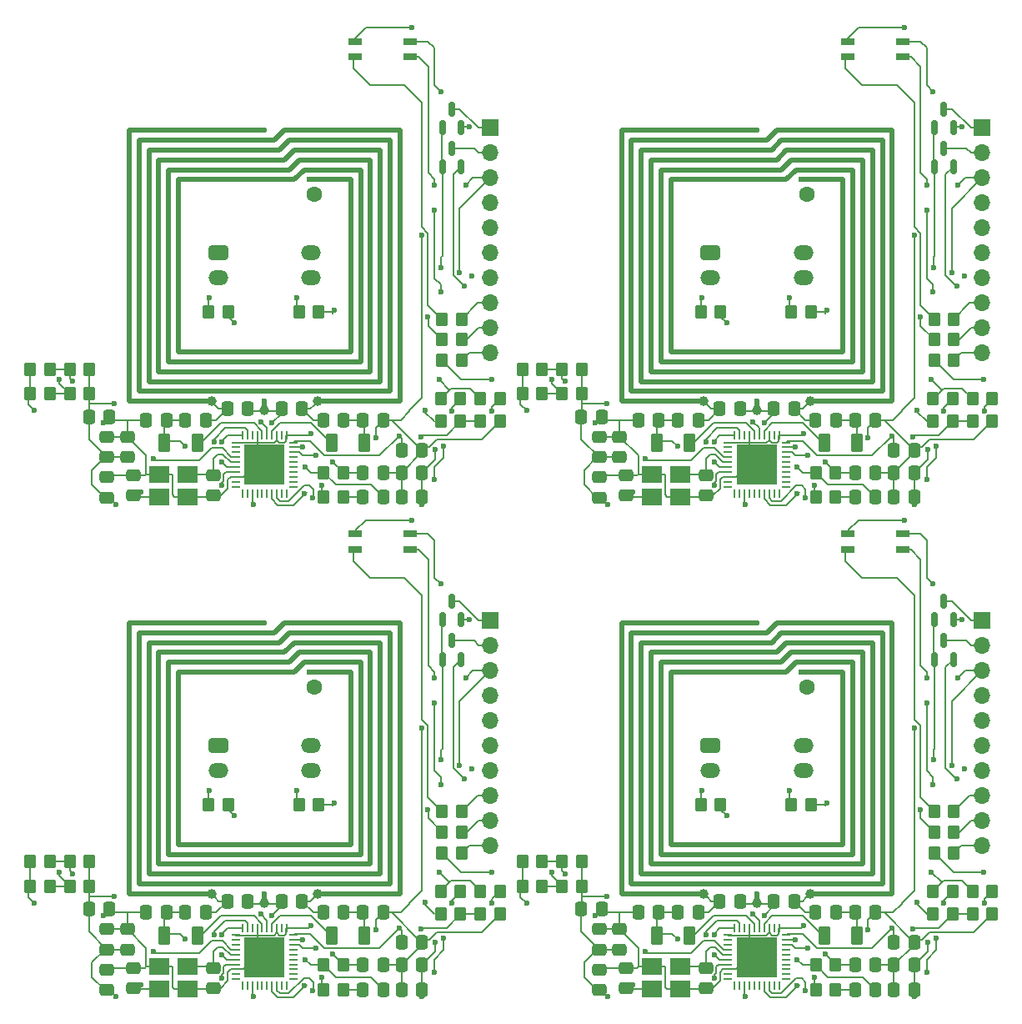
<source format=gbr>
%TF.GenerationSoftware,KiCad,Pcbnew,7.0.11+dfsg-1build4*%
%TF.CreationDate,2026-01-29T22:33:19-05:00*%
%TF.ProjectId,,58585858-5858-4585-9858-585858585858,rev?*%
%TF.SameCoordinates,Original*%
%TF.FileFunction,Copper,L1,Top*%
%TF.FilePolarity,Positive*%
%FSLAX46Y46*%
G04 Gerber Fmt 4.6, Leading zero omitted, Abs format (unit mm)*
G04 Created by KiCad (PCBNEW 7.0.11+dfsg-1build4) date 2026-01-29 22:33:19*
%MOMM*%
%LPD*%
G01*
G04 APERTURE LIST*
G04 Aperture macros list*
%AMRoundRect*
0 Rectangle with rounded corners*
0 $1 Rounding radius*
0 $2 $3 $4 $5 $6 $7 $8 $9 X,Y pos of 4 corners*
0 Add a 4 corners polygon primitive as box body*
4,1,4,$2,$3,$4,$5,$6,$7,$8,$9,$2,$3,0*
0 Add four circle primitives for the rounded corners*
1,1,$1+$1,$2,$3*
1,1,$1+$1,$4,$5*
1,1,$1+$1,$6,$7*
1,1,$1+$1,$8,$9*
0 Add four rect primitives between the rounded corners*
20,1,$1+$1,$2,$3,$4,$5,0*
20,1,$1+$1,$4,$5,$6,$7,0*
20,1,$1+$1,$6,$7,$8,$9,0*
20,1,$1+$1,$8,$9,$2,$3,0*%
G04 Aperture macros list end*
%TA.AperFunction,EtchedComponent*%
%ADD10C,0.500000*%
%TD*%
%TA.AperFunction,SMDPad,CuDef*%
%ADD11RoundRect,0.250000X0.350000X0.450000X-0.350000X0.450000X-0.350000X-0.450000X0.350000X-0.450000X0*%
%TD*%
%TA.AperFunction,SMDPad,CuDef*%
%ADD12RoundRect,0.250000X-0.337500X-0.475000X0.337500X-0.475000X0.337500X0.475000X-0.337500X0.475000X0*%
%TD*%
%TA.AperFunction,SMDPad,CuDef*%
%ADD13RoundRect,0.250000X0.475000X-0.337500X0.475000X0.337500X-0.475000X0.337500X-0.475000X-0.337500X0*%
%TD*%
%TA.AperFunction,SMDPad,CuDef*%
%ADD14RoundRect,0.250000X0.337500X0.475000X-0.337500X0.475000X-0.337500X-0.475000X0.337500X-0.475000X0*%
%TD*%
%TA.AperFunction,SMDPad,CuDef*%
%ADD15RoundRect,0.150000X0.150000X-0.587500X0.150000X0.587500X-0.150000X0.587500X-0.150000X-0.587500X0*%
%TD*%
%TA.AperFunction,SMDPad,CuDef*%
%ADD16RoundRect,0.250000X-0.475000X0.337500X-0.475000X-0.337500X0.475000X-0.337500X0.475000X0.337500X0*%
%TD*%
%TA.AperFunction,SMDPad,CuDef*%
%ADD17RoundRect,0.250000X-0.350000X-0.450000X0.350000X-0.450000X0.350000X0.450000X-0.350000X0.450000X0*%
%TD*%
%TA.AperFunction,ComponentPad*%
%ADD18R,1.700000X1.700000*%
%TD*%
%TA.AperFunction,ComponentPad*%
%ADD19O,1.700000X1.700000*%
%TD*%
%TA.AperFunction,SMDPad,CuDef*%
%ADD20RoundRect,0.250000X0.362500X0.700000X-0.362500X0.700000X-0.362500X-0.700000X0.362500X-0.700000X0*%
%TD*%
%TA.AperFunction,SMDPad,CuDef*%
%ADD21R,1.400000X0.800000*%
%TD*%
%TA.AperFunction,SMDPad,CuDef*%
%ADD22R,2.100000X1.800000*%
%TD*%
%TA.AperFunction,SMDPad,CuDef*%
%ADD23RoundRect,0.250000X-0.362500X-0.700000X0.362500X-0.700000X0.362500X0.700000X-0.362500X0.700000X0*%
%TD*%
%TA.AperFunction,WasherPad*%
%ADD24C,1.600000*%
%TD*%
%TA.AperFunction,ComponentPad*%
%ADD25RoundRect,0.340500X0.659500X-0.409500X0.659500X0.409500X-0.659500X0.409500X-0.659500X-0.409500X0*%
%TD*%
%TA.AperFunction,ComponentPad*%
%ADD26O,2.000000X1.500000*%
%TD*%
%TA.AperFunction,SMDPad,CuDef*%
%ADD27C,1.000000*%
%TD*%
%TA.AperFunction,ComponentPad*%
%ADD28C,0.600000*%
%TD*%
%TA.AperFunction,SMDPad,CuDef*%
%ADD29RoundRect,0.062500X-0.062500X0.375000X-0.062500X-0.375000X0.062500X-0.375000X0.062500X0.375000X0*%
%TD*%
%TA.AperFunction,SMDPad,CuDef*%
%ADD30RoundRect,0.062500X-0.375000X0.062500X-0.375000X-0.062500X0.375000X-0.062500X0.375000X0.062500X0*%
%TD*%
%TA.AperFunction,HeatsinkPad*%
%ADD31R,4.100000X4.100000*%
%TD*%
%TA.AperFunction,ViaPad*%
%ADD32C,0.600000*%
%TD*%
%TA.AperFunction,Conductor*%
%ADD33C,0.200000*%
%TD*%
G04 APERTURE END LIST*
D10*
%TO.C,L_pcb1*%
X124420000Y-90735000D02*
X124420000Y-118235000D01*
X124420000Y-90735000D02*
X138170000Y-90735000D01*
X124420000Y-118235000D02*
X132770000Y-118235000D01*
X125420000Y-91735000D02*
X125420000Y-117235000D01*
X125420000Y-91735000D02*
X139170000Y-91735000D01*
X125420000Y-117235000D02*
X150920000Y-117235000D01*
X126420000Y-92735000D02*
X126420000Y-116235000D01*
X126420000Y-92735000D02*
X139670000Y-92735000D01*
X126420000Y-116235000D02*
X149920000Y-116235000D01*
X127420000Y-93735000D02*
X127420000Y-115235000D01*
X127420000Y-93735000D02*
X140170000Y-93735000D01*
X127420000Y-115235000D02*
X148920000Y-115235000D01*
X128420000Y-94735000D02*
X128420000Y-114235000D01*
X128420000Y-94735000D02*
X140670000Y-94735000D01*
X128420000Y-114235000D02*
X147920000Y-114235000D01*
X129420000Y-95735000D02*
X129420000Y-113235000D01*
X129420000Y-95735000D02*
X141170000Y-95735000D01*
X129420000Y-113235000D02*
X146920000Y-113235000D01*
X138170000Y-118235000D02*
X138170000Y-118685000D01*
X139170000Y-91735000D02*
X140170000Y-90735000D01*
X139670000Y-92735000D02*
X140670000Y-91735000D01*
X140170000Y-93735000D02*
X141170000Y-92735000D01*
X140670000Y-94735000D02*
X141670000Y-93735000D01*
X141170000Y-95735000D02*
X142170000Y-94735000D01*
X143570000Y-118235000D02*
X151920000Y-118235000D01*
X146920000Y-95735000D02*
X142670000Y-95735000D01*
X146920000Y-95735000D02*
X146920000Y-113235000D01*
X147920000Y-94735000D02*
X142170000Y-94735000D01*
X147920000Y-94735000D02*
X147920000Y-114235000D01*
X148920000Y-93735000D02*
X141670000Y-93735000D01*
X148920000Y-93735000D02*
X148920000Y-115235000D01*
X149920000Y-92735000D02*
X141170000Y-92735000D01*
X149920000Y-92735000D02*
X149920000Y-116235000D01*
X150920000Y-91735000D02*
X140670000Y-91735000D01*
X150920000Y-91735000D02*
X150920000Y-117235000D01*
X151920000Y-90735000D02*
X140170000Y-90735000D01*
X151920000Y-90735000D02*
X151920000Y-118235000D01*
X74420000Y-90735000D02*
X74420000Y-118235000D01*
X74420000Y-90735000D02*
X88170000Y-90735000D01*
X74420000Y-118235000D02*
X82770000Y-118235000D01*
X75420000Y-91735000D02*
X75420000Y-117235000D01*
X75420000Y-91735000D02*
X89170000Y-91735000D01*
X75420000Y-117235000D02*
X100920000Y-117235000D01*
X76420000Y-92735000D02*
X76420000Y-116235000D01*
X76420000Y-92735000D02*
X89670000Y-92735000D01*
X76420000Y-116235000D02*
X99920000Y-116235000D01*
X77420000Y-93735000D02*
X77420000Y-115235000D01*
X77420000Y-93735000D02*
X90170000Y-93735000D01*
X77420000Y-115235000D02*
X98920000Y-115235000D01*
X78420000Y-94735000D02*
X78420000Y-114235000D01*
X78420000Y-94735000D02*
X90670000Y-94735000D01*
X78420000Y-114235000D02*
X97920000Y-114235000D01*
X79420000Y-95735000D02*
X79420000Y-113235000D01*
X79420000Y-95735000D02*
X91170000Y-95735000D01*
X79420000Y-113235000D02*
X96920000Y-113235000D01*
X88170000Y-118235000D02*
X88170000Y-118685000D01*
X89170000Y-91735000D02*
X90170000Y-90735000D01*
X89670000Y-92735000D02*
X90670000Y-91735000D01*
X90170000Y-93735000D02*
X91170000Y-92735000D01*
X90670000Y-94735000D02*
X91670000Y-93735000D01*
X91170000Y-95735000D02*
X92170000Y-94735000D01*
X93570000Y-118235000D02*
X101920000Y-118235000D01*
X96920000Y-95735000D02*
X92670000Y-95735000D01*
X96920000Y-95735000D02*
X96920000Y-113235000D01*
X97920000Y-94735000D02*
X92170000Y-94735000D01*
X97920000Y-94735000D02*
X97920000Y-114235000D01*
X98920000Y-93735000D02*
X91670000Y-93735000D01*
X98920000Y-93735000D02*
X98920000Y-115235000D01*
X99920000Y-92735000D02*
X91170000Y-92735000D01*
X99920000Y-92735000D02*
X99920000Y-116235000D01*
X100920000Y-91735000D02*
X90670000Y-91735000D01*
X100920000Y-91735000D02*
X100920000Y-117235000D01*
X101920000Y-90735000D02*
X90170000Y-90735000D01*
X101920000Y-90735000D02*
X101920000Y-118235000D01*
X124420000Y-40735000D02*
X124420000Y-68235000D01*
X124420000Y-40735000D02*
X138170000Y-40735000D01*
X124420000Y-68235000D02*
X132770000Y-68235000D01*
X125420000Y-41735000D02*
X125420000Y-67235000D01*
X125420000Y-41735000D02*
X139170000Y-41735000D01*
X125420000Y-67235000D02*
X150920000Y-67235000D01*
X126420000Y-42735000D02*
X126420000Y-66235000D01*
X126420000Y-42735000D02*
X139670000Y-42735000D01*
X126420000Y-66235000D02*
X149920000Y-66235000D01*
X127420000Y-43735000D02*
X127420000Y-65235000D01*
X127420000Y-43735000D02*
X140170000Y-43735000D01*
X127420000Y-65235000D02*
X148920000Y-65235000D01*
X128420000Y-44735000D02*
X128420000Y-64235000D01*
X128420000Y-44735000D02*
X140670000Y-44735000D01*
X128420000Y-64235000D02*
X147920000Y-64235000D01*
X129420000Y-45735000D02*
X129420000Y-63235000D01*
X129420000Y-45735000D02*
X141170000Y-45735000D01*
X129420000Y-63235000D02*
X146920000Y-63235000D01*
X138170000Y-68235000D02*
X138170000Y-68685000D01*
X139170000Y-41735000D02*
X140170000Y-40735000D01*
X139670000Y-42735000D02*
X140670000Y-41735000D01*
X140170000Y-43735000D02*
X141170000Y-42735000D01*
X140670000Y-44735000D02*
X141670000Y-43735000D01*
X141170000Y-45735000D02*
X142170000Y-44735000D01*
X143570000Y-68235000D02*
X151920000Y-68235000D01*
X146920000Y-45735000D02*
X142670000Y-45735000D01*
X146920000Y-45735000D02*
X146920000Y-63235000D01*
X147920000Y-44735000D02*
X142170000Y-44735000D01*
X147920000Y-44735000D02*
X147920000Y-64235000D01*
X148920000Y-43735000D02*
X141670000Y-43735000D01*
X148920000Y-43735000D02*
X148920000Y-65235000D01*
X149920000Y-42735000D02*
X141170000Y-42735000D01*
X149920000Y-42735000D02*
X149920000Y-66235000D01*
X150920000Y-41735000D02*
X140670000Y-41735000D01*
X150920000Y-41735000D02*
X150920000Y-67235000D01*
X151920000Y-40735000D02*
X140170000Y-40735000D01*
X151920000Y-40735000D02*
X151920000Y-68235000D01*
X74420000Y-40735000D02*
X74420000Y-68235000D01*
X74420000Y-40735000D02*
X88170000Y-40735000D01*
X74420000Y-68235000D02*
X82770000Y-68235000D01*
X75420000Y-41735000D02*
X75420000Y-67235000D01*
X75420000Y-41735000D02*
X89170000Y-41735000D01*
X75420000Y-67235000D02*
X100920000Y-67235000D01*
X76420000Y-42735000D02*
X76420000Y-66235000D01*
X76420000Y-42735000D02*
X89670000Y-42735000D01*
X76420000Y-66235000D02*
X99920000Y-66235000D01*
X77420000Y-43735000D02*
X77420000Y-65235000D01*
X77420000Y-43735000D02*
X90170000Y-43735000D01*
X77420000Y-65235000D02*
X98920000Y-65235000D01*
X78420000Y-44735000D02*
X78420000Y-64235000D01*
X78420000Y-44735000D02*
X90670000Y-44735000D01*
X78420000Y-64235000D02*
X97920000Y-64235000D01*
X79420000Y-45735000D02*
X79420000Y-63235000D01*
X79420000Y-45735000D02*
X91170000Y-45735000D01*
X79420000Y-63235000D02*
X96920000Y-63235000D01*
X88170000Y-68235000D02*
X88170000Y-68685000D01*
X89170000Y-41735000D02*
X90170000Y-40735000D01*
X89670000Y-42735000D02*
X90670000Y-41735000D01*
X90170000Y-43735000D02*
X91170000Y-42735000D01*
X90670000Y-44735000D02*
X91670000Y-43735000D01*
X91170000Y-45735000D02*
X92170000Y-44735000D01*
X93570000Y-68235000D02*
X101920000Y-68235000D01*
X96920000Y-45735000D02*
X92670000Y-45735000D01*
X96920000Y-45735000D02*
X96920000Y-63235000D01*
X97920000Y-44735000D02*
X92170000Y-44735000D01*
X97920000Y-44735000D02*
X97920000Y-64235000D01*
X98920000Y-43735000D02*
X91670000Y-43735000D01*
X98920000Y-43735000D02*
X98920000Y-65235000D01*
X99920000Y-42735000D02*
X91170000Y-42735000D01*
X99920000Y-42735000D02*
X99920000Y-66235000D01*
X100920000Y-41735000D02*
X90670000Y-41735000D01*
X100920000Y-41735000D02*
X100920000Y-67235000D01*
X101920000Y-40735000D02*
X90170000Y-40735000D01*
X101920000Y-40735000D02*
X101920000Y-68235000D01*
%TD*%
D11*
%TO.P,R7,1*%
%TO.N,Net-(U2-I1)*%
X116370000Y-114985000D03*
%TO.P,R7,2*%
%TO.N,GND*%
X114370000Y-114985000D03*
%TD*%
D12*
%TO.P,C1,1*%
%TO.N,Net-(C1-Pad1)*%
X134392500Y-118985000D03*
%TO.P,C1,2*%
%TO.N,GND*%
X136467500Y-118985000D03*
%TD*%
%TO.P,C2,1*%
%TO.N,GND*%
X139872500Y-118985000D03*
%TO.P,C2,2*%
%TO.N,Net-(C2-Pad2)*%
X141947500Y-118985000D03*
%TD*%
D13*
%TO.P,C17,1*%
%TO.N,GND*%
X132970000Y-127822500D03*
%TO.P,C17,2*%
%TO.N,Net-(U2-OSCOUT)*%
X132970000Y-125747500D03*
%TD*%
D11*
%TO.P,R6,1*%
%TO.N,+3.3V*%
X120370000Y-117485000D03*
%TO.P,R6,2*%
%TO.N,Net-(U2-I0)*%
X118370000Y-117485000D03*
%TD*%
D14*
%TO.P,C7,1*%
%TO.N,GND*%
X150207500Y-125485000D03*
%TO.P,C7,2*%
%TO.N,Net-(U2-VMID)*%
X148132500Y-125485000D03*
%TD*%
D11*
%TO.P,R13,1*%
%TO.N,/LED_KR*%
X158170000Y-109885000D03*
%TO.P,R13,2*%
%TO.N,Net-(D1-RK)*%
X156170000Y-109885000D03*
%TD*%
D15*
%TO.P,Q2,1,G*%
%TO.N,+3.3V*%
X156220000Y-94422500D03*
%TO.P,Q2,2,S*%
%TO.N,Net-(Q2-S)*%
X158120000Y-94422500D03*
%TO.P,Q2,3,D*%
%TO.N,Net-(J1-Pin_2)*%
X157170000Y-92547500D03*
%TD*%
D13*
%TO.P,C11,1*%
%TO.N,+3.3V*%
X122170000Y-128022500D03*
%TO.P,C11,2*%
%TO.N,GND*%
X122170000Y-125947500D03*
%TD*%
D15*
%TO.P,Q1,1,G*%
%TO.N,+3.3V*%
X156220000Y-90422500D03*
%TO.P,Q1,2,S*%
%TO.N,Net-(Q1-S)*%
X158120000Y-90422500D03*
%TO.P,Q1,3,D*%
%TO.N,Net-(J1-Pin_1)*%
X157170000Y-88547500D03*
%TD*%
D11*
%TO.P,R14,1*%
%TO.N,/LED_KG*%
X158170000Y-111985000D03*
%TO.P,R14,2*%
%TO.N,Net-(D1-GK)*%
X156170000Y-111985000D03*
%TD*%
D16*
%TO.P,C16,1*%
%TO.N,GND*%
X124870000Y-125747500D03*
%TO.P,C16,2*%
%TO.N,Net-(U2-OSCIN)*%
X124870000Y-127822500D03*
%TD*%
D17*
%TO.P,R12,1*%
%TO.N,/SENS_DET*%
X141670000Y-109185000D03*
%TO.P,R12,2*%
%TO.N,VCC*%
X143670000Y-109185000D03*
%TD*%
D14*
%TO.P,C5,1*%
%TO.N,Net-(C3-Pad1)*%
X128207500Y-120135000D03*
%TO.P,C5,2*%
%TO.N,GND*%
X126132500Y-120135000D03*
%TD*%
D17*
%TO.P,R4,1*%
%TO.N,/RSTPD_N*%
X160070000Y-120285000D03*
%TO.P,R4,2*%
%TO.N,GND*%
X162070000Y-120285000D03*
%TD*%
D11*
%TO.P,R8,1*%
%TO.N,Net-(U2-I0)*%
X116370000Y-117485000D03*
%TO.P,R8,2*%
%TO.N,GND*%
X114370000Y-117485000D03*
%TD*%
D12*
%TO.P,C12,1*%
%TO.N,VCC*%
X152082500Y-123185000D03*
%TO.P,C12,2*%
%TO.N,GND*%
X154157500Y-123185000D03*
%TD*%
D11*
%TO.P,R11,1*%
%TO.N,/SENS_LED*%
X134470000Y-109185000D03*
%TO.P,R11,2*%
%TO.N,Net-(R11-Pad2)*%
X132470000Y-109185000D03*
%TD*%
D12*
%TO.P,C9,1*%
%TO.N,+3.3V*%
X120315000Y-119785000D03*
%TO.P,C9,2*%
%TO.N,GND*%
X122390000Y-119785000D03*
%TD*%
D11*
%TO.P,R5,1*%
%TO.N,+3.3V*%
X120370000Y-114985000D03*
%TO.P,R5,2*%
%TO.N,Net-(U2-I1)*%
X118370000Y-114985000D03*
%TD*%
D18*
%TO.P,J1,1,Pin_1*%
%TO.N,Net-(J1-Pin_1)*%
X161070000Y-90485000D03*
D19*
%TO.P,J1,2,Pin_2*%
%TO.N,Net-(J1-Pin_2)*%
X161070000Y-93025000D03*
%TO.P,J1,3,Pin_3*%
%TO.N,VCC*%
X161070000Y-95565000D03*
%TO.P,J1,4,Pin_4*%
%TO.N,GND*%
X161070000Y-98105000D03*
%TO.P,J1,5,Pin_5*%
%TO.N,/SENS_DET*%
X161070000Y-100645000D03*
%TO.P,J1,6,Pin_6*%
%TO.N,/SENS_LED*%
X161070000Y-103185000D03*
%TO.P,J1,7,Pin_7*%
%TO.N,/RSTPD_N*%
X161070000Y-105725000D03*
%TO.P,J1,8,Pin_8*%
%TO.N,/LED_KR*%
X161070000Y-108265000D03*
%TO.P,J1,9,Pin_9*%
%TO.N,/LED_KG*%
X161070000Y-110805000D03*
%TO.P,J1,10,Pin_10*%
%TO.N,/LED_KB*%
X161070000Y-113345000D03*
%TD*%
D17*
%TO.P,R3,1*%
%TO.N,VCC*%
X156070000Y-120285000D03*
%TO.P,R3,2*%
%TO.N,/RSTPD_N*%
X158070000Y-120285000D03*
%TD*%
D20*
%TO.P,L1,1,1*%
%TO.N,Net-(U2-TX2)*%
X131332500Y-122485000D03*
%TO.P,L1,2,2*%
%TO.N,Net-(C3-Pad1)*%
X128007500Y-122485000D03*
%TD*%
D12*
%TO.P,C3,1*%
%TO.N,Net-(C3-Pad1)*%
X130132500Y-120135000D03*
%TO.P,C3,2*%
%TO.N,Net-(C1-Pad1)*%
X132207500Y-120135000D03*
%TD*%
D13*
%TO.P,C10,1*%
%TO.N,+3.3V*%
X124220000Y-123922500D03*
%TO.P,C10,2*%
%TO.N,GND*%
X124220000Y-121847500D03*
%TD*%
D14*
%TO.P,C15,1*%
%TO.N,+3.3V*%
X154157500Y-127985000D03*
%TO.P,C15,2*%
%TO.N,GND*%
X152082500Y-127985000D03*
%TD*%
D17*
%TO.P,R10,1*%
%TO.N,+3.3V*%
X160070000Y-117985000D03*
%TO.P,R10,2*%
%TO.N,Net-(Q1-S)*%
X162070000Y-117985000D03*
%TD*%
D12*
%TO.P,C8,1*%
%TO.N,Net-(C8-Pad1)*%
X148132500Y-127985000D03*
%TO.P,C8,2*%
%TO.N,Net-(U2-RX)*%
X150207500Y-127985000D03*
%TD*%
D17*
%TO.P,R9,1*%
%TO.N,+3.3V*%
X156070000Y-117985000D03*
%TO.P,R9,2*%
%TO.N,Net-(Q2-S)*%
X158070000Y-117985000D03*
%TD*%
D21*
%TO.P,D1,1,RK*%
%TO.N,Net-(D1-RK)*%
X147370000Y-83285000D03*
%TO.P,D1,2,A*%
%TO.N,VCC*%
X152970000Y-83285000D03*
%TO.P,D1,3,GK*%
%TO.N,Net-(D1-GK)*%
X147370000Y-81685000D03*
%TO.P,D1,4,BK*%
%TO.N,Net-(D1-BK)*%
X152970000Y-81685000D03*
%TD*%
D22*
%TO.P,Y1,1,1*%
%TO.N,Net-(U2-OSCIN)*%
X127470000Y-127935000D03*
%TO.P,Y1,2,2*%
%TO.N,GND*%
X130370000Y-127935000D03*
%TO.P,Y1,3,3*%
%TO.N,Net-(U2-OSCOUT)*%
X130370000Y-125635000D03*
%TO.P,Y1,4,4*%
%TO.N,GND*%
X127470000Y-125635000D03*
%TD*%
D14*
%TO.P,C4,1*%
%TO.N,Net-(C4-Pad1)*%
X146207500Y-120135000D03*
%TO.P,C4,2*%
%TO.N,Net-(C2-Pad2)*%
X144132500Y-120135000D03*
%TD*%
D17*
%TO.P,R1,1*%
%TO.N,Net-(U2-RX)*%
X144170000Y-125485000D03*
%TO.P,R1,2*%
%TO.N,Net-(U2-VMID)*%
X146170000Y-125485000D03*
%TD*%
D13*
%TO.P,C13,1*%
%TO.N,+3.3V*%
X122170000Y-123922500D03*
%TO.P,C13,2*%
%TO.N,GND*%
X122170000Y-121847500D03*
%TD*%
D23*
%TO.P,L2,1,1*%
%TO.N,Net-(U2-TX1)*%
X145007500Y-122485000D03*
%TO.P,L2,2,2*%
%TO.N,Net-(C4-Pad1)*%
X148332500Y-122485000D03*
%TD*%
D24*
%TO.P,U1,*%
%TO.N,*%
X143215000Y-97255000D03*
D25*
%TO.P,U1,1*%
%TO.N,Net-(R11-Pad2)*%
X133440000Y-103185000D03*
D26*
%TO.P,U1,2*%
%TO.N,GND*%
X133440000Y-105725000D03*
%TO.P,U1,3*%
%TO.N,/SENS_DET*%
X142890000Y-105725000D03*
%TO.P,U1,4*%
%TO.N,GND*%
X142890000Y-103185000D03*
%TD*%
D11*
%TO.P,R2,1*%
%TO.N,Net-(C8-Pad1)*%
X146170000Y-127985000D03*
%TO.P,R2,2*%
%TO.N,Net-(C3-Pad1)*%
X144170000Y-127985000D03*
%TD*%
D14*
%TO.P,C6,1*%
%TO.N,GND*%
X150207500Y-120135000D03*
%TO.P,C6,2*%
%TO.N,Net-(C4-Pad1)*%
X148132500Y-120135000D03*
%TD*%
%TO.P,C14,1*%
%TO.N,+3.3V*%
X154157500Y-125485000D03*
%TO.P,C14,2*%
%TO.N,GND*%
X152082500Y-125485000D03*
%TD*%
D11*
%TO.P,R15,1*%
%TO.N,/LED_KB*%
X158170000Y-114105000D03*
%TO.P,R15,2*%
%TO.N,Net-(D1-BK)*%
X156170000Y-114105000D03*
%TD*%
D27*
%TO.P,L_pcb1,1,1*%
%TO.N,Net-(C1-Pad1)*%
X132770000Y-118235000D03*
%TO.P,L_pcb1,2,2*%
%TO.N,GND*%
X138170000Y-119185000D03*
%TO.P,L_pcb1,3,3*%
%TO.N,Net-(C2-Pad2)*%
X143570000Y-118235000D03*
D28*
%TO.P,L_pcb1,B*%
%TO.N,N/C*%
X138170000Y-90735000D03*
X142670000Y-95735000D03*
%TO.P,L_pcb1,G*%
X138170000Y-115235000D03*
X138170000Y-118235000D03*
%TD*%
D29*
%TO.P,U2,1,DVSS*%
%TO.N,GND*%
X140420000Y-121725000D03*
%TO.P,U2,2,LOADMOD*%
%TO.N,unconnected-(U2-LOADMOD-Pad2)*%
X139920000Y-121725000D03*
%TO.P,U2,3,TVSS1*%
%TO.N,GND*%
X139420000Y-121725000D03*
%TO.P,U2,4,TX1*%
%TO.N,Net-(U2-TX1)*%
X138920000Y-121725000D03*
%TO.P,U2,5,TVDD*%
%TO.N,+3.3V*%
X138420000Y-121725000D03*
%TO.P,U2,6,TX2*%
%TO.N,Net-(U2-TX2)*%
X137920000Y-121725000D03*
%TO.P,U2,7,TVSS2*%
%TO.N,GND*%
X137420000Y-121725000D03*
%TO.P,U2,8,AVDD*%
%TO.N,+3.3V*%
X136920000Y-121725000D03*
%TO.P,U2,9,VMID*%
%TO.N,Net-(U2-VMID)*%
X136420000Y-121725000D03*
%TO.P,U2,10,RX*%
%TO.N,Net-(U2-RX)*%
X135920000Y-121725000D03*
D30*
%TO.P,U2,11,AVSS*%
%TO.N,GND*%
X135232500Y-122412500D03*
%TO.P,U2,12,AUX1*%
%TO.N,/AUX1*%
X135232500Y-122912500D03*
%TO.P,U2,13,AUX2*%
%TO.N,/AUX2*%
X135232500Y-123412500D03*
%TO.P,U2,14,OSCIN*%
%TO.N,Net-(U2-OSCIN)*%
X135232500Y-123912500D03*
%TO.P,U2,15,OSCOUT*%
%TO.N,Net-(U2-OSCOUT)*%
X135232500Y-124412500D03*
%TO.P,U2,16,I0*%
%TO.N,Net-(U2-I0)*%
X135232500Y-124912500D03*
%TO.P,U2,17,I1*%
%TO.N,Net-(U2-I1)*%
X135232500Y-125412500D03*
%TO.P,U2,18,TESTEN*%
%TO.N,GND*%
X135232500Y-125912500D03*
%TO.P,U2,19,P35*%
%TO.N,unconnected-(U2-P35-Pad19)*%
X135232500Y-126412500D03*
%TO.P,U2,20,N.C.*%
%TO.N,unconnected-(U2-N.C.-Pad20)*%
X135232500Y-126912500D03*
D29*
%TO.P,U2,21,N.C.*%
%TO.N,unconnected-(U2-N.C.-Pad21)*%
X135920000Y-127600000D03*
%TO.P,U2,22,N.C.*%
%TO.N,unconnected-(U2-N.C.-Pad22)*%
X136420000Y-127600000D03*
%TO.P,U2,23,PVDD*%
%TO.N,+3.3V*%
X136920000Y-127600000D03*
%TO.P,U2,24,P30/UART_RX*%
%TO.N,/UART_RX*%
X137420000Y-127600000D03*
%TO.P,U2,25,P70_IRQ*%
%TO.N,/IRQ*%
X137920000Y-127600000D03*
%TO.P,U2,26,~{RSTOUT}*%
%TO.N,unconnected-(U2-~{RSTOUT}-Pad26)*%
X138420000Y-127600000D03*
%TO.P,U2,27,NSS/P50_SCL/HSU_RX*%
%TO.N,Net-(Q1-S)*%
X138920000Y-127600000D03*
%TO.P,U2,28,MOSI/SDA/HSU_TX*%
%TO.N,Net-(Q2-S)*%
X139420000Y-127600000D03*
%TO.P,U2,29,MISO/P71*%
%TO.N,/CIPO*%
X139920000Y-127600000D03*
%TO.P,U2,30,SCK/P72*%
%TO.N,/SCK*%
X140420000Y-127600000D03*
D30*
%TO.P,U2,31,P31/UART_TX*%
%TO.N,/UART_TX*%
X141107500Y-126912500D03*
%TO.P,U2,32,P32_INT0*%
%TO.N,unconnected-(U2-P32_INT0-Pad32)*%
X141107500Y-126412500D03*
%TO.P,U2,33,P33_INT1*%
%TO.N,unconnected-(U2-P33_INT1-Pad33)*%
X141107500Y-125912500D03*
%TO.P,U2,34,SIC_CLK/P34*%
%TO.N,unconnected-(U2-SIC_CLK{slash}P34-Pad34)*%
X141107500Y-125412500D03*
%TO.P,U2,35,SIGOUT*%
%TO.N,unconnected-(U2-SIGOUT-Pad35)*%
X141107500Y-124912500D03*
%TO.P,U2,36,SIGIN*%
%TO.N,unconnected-(U2-SIGIN-Pad36)*%
X141107500Y-124412500D03*
%TO.P,U2,37,SVDD*%
%TO.N,unconnected-(U2-SVDD-Pad37)*%
X141107500Y-123912500D03*
%TO.P,U2,38,~{RSTPD}*%
%TO.N,/RSTPD_N*%
X141107500Y-123412500D03*
%TO.P,U2,39,DVDD*%
%TO.N,+3.3V*%
X141107500Y-122912500D03*
%TO.P,U2,40,VBAT*%
%TO.N,VCC*%
X141107500Y-122412500D03*
D31*
%TO.P,U2,41,AVSS*%
%TO.N,GND*%
X138170000Y-124662500D03*
%TD*%
D11*
%TO.P,R7,1*%
%TO.N,Net-(U2-I1)*%
X66370000Y-114985000D03*
%TO.P,R7,2*%
%TO.N,GND*%
X64370000Y-114985000D03*
%TD*%
D12*
%TO.P,C1,1*%
%TO.N,Net-(C1-Pad1)*%
X84392500Y-118985000D03*
%TO.P,C1,2*%
%TO.N,GND*%
X86467500Y-118985000D03*
%TD*%
%TO.P,C2,1*%
%TO.N,GND*%
X89872500Y-118985000D03*
%TO.P,C2,2*%
%TO.N,Net-(C2-Pad2)*%
X91947500Y-118985000D03*
%TD*%
D13*
%TO.P,C17,1*%
%TO.N,GND*%
X82970000Y-127822500D03*
%TO.P,C17,2*%
%TO.N,Net-(U2-OSCOUT)*%
X82970000Y-125747500D03*
%TD*%
D11*
%TO.P,R6,1*%
%TO.N,+3.3V*%
X70370000Y-117485000D03*
%TO.P,R6,2*%
%TO.N,Net-(U2-I0)*%
X68370000Y-117485000D03*
%TD*%
D14*
%TO.P,C7,1*%
%TO.N,GND*%
X100207500Y-125485000D03*
%TO.P,C7,2*%
%TO.N,Net-(U2-VMID)*%
X98132500Y-125485000D03*
%TD*%
D11*
%TO.P,R13,1*%
%TO.N,/LED_KR*%
X108170000Y-109885000D03*
%TO.P,R13,2*%
%TO.N,Net-(D1-RK)*%
X106170000Y-109885000D03*
%TD*%
D15*
%TO.P,Q2,1,G*%
%TO.N,+3.3V*%
X106220000Y-94422500D03*
%TO.P,Q2,2,S*%
%TO.N,Net-(Q2-S)*%
X108120000Y-94422500D03*
%TO.P,Q2,3,D*%
%TO.N,Net-(J1-Pin_2)*%
X107170000Y-92547500D03*
%TD*%
D13*
%TO.P,C11,1*%
%TO.N,+3.3V*%
X72170000Y-128022500D03*
%TO.P,C11,2*%
%TO.N,GND*%
X72170000Y-125947500D03*
%TD*%
D15*
%TO.P,Q1,1,G*%
%TO.N,+3.3V*%
X106220000Y-90422500D03*
%TO.P,Q1,2,S*%
%TO.N,Net-(Q1-S)*%
X108120000Y-90422500D03*
%TO.P,Q1,3,D*%
%TO.N,Net-(J1-Pin_1)*%
X107170000Y-88547500D03*
%TD*%
D11*
%TO.P,R14,1*%
%TO.N,/LED_KG*%
X108170000Y-111985000D03*
%TO.P,R14,2*%
%TO.N,Net-(D1-GK)*%
X106170000Y-111985000D03*
%TD*%
D16*
%TO.P,C16,1*%
%TO.N,GND*%
X74870000Y-125747500D03*
%TO.P,C16,2*%
%TO.N,Net-(U2-OSCIN)*%
X74870000Y-127822500D03*
%TD*%
D17*
%TO.P,R12,1*%
%TO.N,/SENS_DET*%
X91670000Y-109185000D03*
%TO.P,R12,2*%
%TO.N,VCC*%
X93670000Y-109185000D03*
%TD*%
D14*
%TO.P,C5,1*%
%TO.N,Net-(C3-Pad1)*%
X78207500Y-120135000D03*
%TO.P,C5,2*%
%TO.N,GND*%
X76132500Y-120135000D03*
%TD*%
D17*
%TO.P,R4,1*%
%TO.N,/RSTPD_N*%
X110070000Y-120285000D03*
%TO.P,R4,2*%
%TO.N,GND*%
X112070000Y-120285000D03*
%TD*%
D11*
%TO.P,R8,1*%
%TO.N,Net-(U2-I0)*%
X66370000Y-117485000D03*
%TO.P,R8,2*%
%TO.N,GND*%
X64370000Y-117485000D03*
%TD*%
D12*
%TO.P,C12,1*%
%TO.N,VCC*%
X102082500Y-123185000D03*
%TO.P,C12,2*%
%TO.N,GND*%
X104157500Y-123185000D03*
%TD*%
D11*
%TO.P,R11,1*%
%TO.N,/SENS_LED*%
X84470000Y-109185000D03*
%TO.P,R11,2*%
%TO.N,Net-(R11-Pad2)*%
X82470000Y-109185000D03*
%TD*%
D12*
%TO.P,C9,1*%
%TO.N,+3.3V*%
X70315000Y-119785000D03*
%TO.P,C9,2*%
%TO.N,GND*%
X72390000Y-119785000D03*
%TD*%
D11*
%TO.P,R5,1*%
%TO.N,+3.3V*%
X70370000Y-114985000D03*
%TO.P,R5,2*%
%TO.N,Net-(U2-I1)*%
X68370000Y-114985000D03*
%TD*%
D18*
%TO.P,J1,1,Pin_1*%
%TO.N,Net-(J1-Pin_1)*%
X111070000Y-90485000D03*
D19*
%TO.P,J1,2,Pin_2*%
%TO.N,Net-(J1-Pin_2)*%
X111070000Y-93025000D03*
%TO.P,J1,3,Pin_3*%
%TO.N,VCC*%
X111070000Y-95565000D03*
%TO.P,J1,4,Pin_4*%
%TO.N,GND*%
X111070000Y-98105000D03*
%TO.P,J1,5,Pin_5*%
%TO.N,/SENS_DET*%
X111070000Y-100645000D03*
%TO.P,J1,6,Pin_6*%
%TO.N,/SENS_LED*%
X111070000Y-103185000D03*
%TO.P,J1,7,Pin_7*%
%TO.N,/RSTPD_N*%
X111070000Y-105725000D03*
%TO.P,J1,8,Pin_8*%
%TO.N,/LED_KR*%
X111070000Y-108265000D03*
%TO.P,J1,9,Pin_9*%
%TO.N,/LED_KG*%
X111070000Y-110805000D03*
%TO.P,J1,10,Pin_10*%
%TO.N,/LED_KB*%
X111070000Y-113345000D03*
%TD*%
D17*
%TO.P,R3,1*%
%TO.N,VCC*%
X106070000Y-120285000D03*
%TO.P,R3,2*%
%TO.N,/RSTPD_N*%
X108070000Y-120285000D03*
%TD*%
D20*
%TO.P,L1,1,1*%
%TO.N,Net-(U2-TX2)*%
X81332500Y-122485000D03*
%TO.P,L1,2,2*%
%TO.N,Net-(C3-Pad1)*%
X78007500Y-122485000D03*
%TD*%
D12*
%TO.P,C3,1*%
%TO.N,Net-(C3-Pad1)*%
X80132500Y-120135000D03*
%TO.P,C3,2*%
%TO.N,Net-(C1-Pad1)*%
X82207500Y-120135000D03*
%TD*%
D13*
%TO.P,C10,1*%
%TO.N,+3.3V*%
X74220000Y-123922500D03*
%TO.P,C10,2*%
%TO.N,GND*%
X74220000Y-121847500D03*
%TD*%
D14*
%TO.P,C15,1*%
%TO.N,+3.3V*%
X104157500Y-127985000D03*
%TO.P,C15,2*%
%TO.N,GND*%
X102082500Y-127985000D03*
%TD*%
D17*
%TO.P,R10,1*%
%TO.N,+3.3V*%
X110070000Y-117985000D03*
%TO.P,R10,2*%
%TO.N,Net-(Q1-S)*%
X112070000Y-117985000D03*
%TD*%
D12*
%TO.P,C8,1*%
%TO.N,Net-(C8-Pad1)*%
X98132500Y-127985000D03*
%TO.P,C8,2*%
%TO.N,Net-(U2-RX)*%
X100207500Y-127985000D03*
%TD*%
D17*
%TO.P,R9,1*%
%TO.N,+3.3V*%
X106070000Y-117985000D03*
%TO.P,R9,2*%
%TO.N,Net-(Q2-S)*%
X108070000Y-117985000D03*
%TD*%
D21*
%TO.P,D1,1,RK*%
%TO.N,Net-(D1-RK)*%
X97370000Y-83285000D03*
%TO.P,D1,2,A*%
%TO.N,VCC*%
X102970000Y-83285000D03*
%TO.P,D1,3,GK*%
%TO.N,Net-(D1-GK)*%
X97370000Y-81685000D03*
%TO.P,D1,4,BK*%
%TO.N,Net-(D1-BK)*%
X102970000Y-81685000D03*
%TD*%
D22*
%TO.P,Y1,1,1*%
%TO.N,Net-(U2-OSCIN)*%
X77470000Y-127935000D03*
%TO.P,Y1,2,2*%
%TO.N,GND*%
X80370000Y-127935000D03*
%TO.P,Y1,3,3*%
%TO.N,Net-(U2-OSCOUT)*%
X80370000Y-125635000D03*
%TO.P,Y1,4,4*%
%TO.N,GND*%
X77470000Y-125635000D03*
%TD*%
D14*
%TO.P,C4,1*%
%TO.N,Net-(C4-Pad1)*%
X96207500Y-120135000D03*
%TO.P,C4,2*%
%TO.N,Net-(C2-Pad2)*%
X94132500Y-120135000D03*
%TD*%
D17*
%TO.P,R1,1*%
%TO.N,Net-(U2-RX)*%
X94170000Y-125485000D03*
%TO.P,R1,2*%
%TO.N,Net-(U2-VMID)*%
X96170000Y-125485000D03*
%TD*%
D13*
%TO.P,C13,1*%
%TO.N,+3.3V*%
X72170000Y-123922500D03*
%TO.P,C13,2*%
%TO.N,GND*%
X72170000Y-121847500D03*
%TD*%
D23*
%TO.P,L2,1,1*%
%TO.N,Net-(U2-TX1)*%
X95007500Y-122485000D03*
%TO.P,L2,2,2*%
%TO.N,Net-(C4-Pad1)*%
X98332500Y-122485000D03*
%TD*%
D24*
%TO.P,U1,*%
%TO.N,*%
X93215000Y-97255000D03*
D25*
%TO.P,U1,1*%
%TO.N,Net-(R11-Pad2)*%
X83440000Y-103185000D03*
D26*
%TO.P,U1,2*%
%TO.N,GND*%
X83440000Y-105725000D03*
%TO.P,U1,3*%
%TO.N,/SENS_DET*%
X92890000Y-105725000D03*
%TO.P,U1,4*%
%TO.N,GND*%
X92890000Y-103185000D03*
%TD*%
D11*
%TO.P,R2,1*%
%TO.N,Net-(C8-Pad1)*%
X96170000Y-127985000D03*
%TO.P,R2,2*%
%TO.N,Net-(C3-Pad1)*%
X94170000Y-127985000D03*
%TD*%
D14*
%TO.P,C6,1*%
%TO.N,GND*%
X100207500Y-120135000D03*
%TO.P,C6,2*%
%TO.N,Net-(C4-Pad1)*%
X98132500Y-120135000D03*
%TD*%
%TO.P,C14,1*%
%TO.N,+3.3V*%
X104157500Y-125485000D03*
%TO.P,C14,2*%
%TO.N,GND*%
X102082500Y-125485000D03*
%TD*%
D11*
%TO.P,R15,1*%
%TO.N,/LED_KB*%
X108170000Y-114105000D03*
%TO.P,R15,2*%
%TO.N,Net-(D1-BK)*%
X106170000Y-114105000D03*
%TD*%
D27*
%TO.P,L_pcb1,1,1*%
%TO.N,Net-(C1-Pad1)*%
X82770000Y-118235000D03*
%TO.P,L_pcb1,2,2*%
%TO.N,GND*%
X88170000Y-119185000D03*
%TO.P,L_pcb1,3,3*%
%TO.N,Net-(C2-Pad2)*%
X93570000Y-118235000D03*
D28*
%TO.P,L_pcb1,B*%
%TO.N,N/C*%
X88170000Y-90735000D03*
X92670000Y-95735000D03*
%TO.P,L_pcb1,G*%
X88170000Y-115235000D03*
X88170000Y-118235000D03*
%TD*%
D29*
%TO.P,U2,1,DVSS*%
%TO.N,GND*%
X90420000Y-121725000D03*
%TO.P,U2,2,LOADMOD*%
%TO.N,unconnected-(U2-LOADMOD-Pad2)*%
X89920000Y-121725000D03*
%TO.P,U2,3,TVSS1*%
%TO.N,GND*%
X89420000Y-121725000D03*
%TO.P,U2,4,TX1*%
%TO.N,Net-(U2-TX1)*%
X88920000Y-121725000D03*
%TO.P,U2,5,TVDD*%
%TO.N,+3.3V*%
X88420000Y-121725000D03*
%TO.P,U2,6,TX2*%
%TO.N,Net-(U2-TX2)*%
X87920000Y-121725000D03*
%TO.P,U2,7,TVSS2*%
%TO.N,GND*%
X87420000Y-121725000D03*
%TO.P,U2,8,AVDD*%
%TO.N,+3.3V*%
X86920000Y-121725000D03*
%TO.P,U2,9,VMID*%
%TO.N,Net-(U2-VMID)*%
X86420000Y-121725000D03*
%TO.P,U2,10,RX*%
%TO.N,Net-(U2-RX)*%
X85920000Y-121725000D03*
D30*
%TO.P,U2,11,AVSS*%
%TO.N,GND*%
X85232500Y-122412500D03*
%TO.P,U2,12,AUX1*%
%TO.N,/AUX1*%
X85232500Y-122912500D03*
%TO.P,U2,13,AUX2*%
%TO.N,/AUX2*%
X85232500Y-123412500D03*
%TO.P,U2,14,OSCIN*%
%TO.N,Net-(U2-OSCIN)*%
X85232500Y-123912500D03*
%TO.P,U2,15,OSCOUT*%
%TO.N,Net-(U2-OSCOUT)*%
X85232500Y-124412500D03*
%TO.P,U2,16,I0*%
%TO.N,Net-(U2-I0)*%
X85232500Y-124912500D03*
%TO.P,U2,17,I1*%
%TO.N,Net-(U2-I1)*%
X85232500Y-125412500D03*
%TO.P,U2,18,TESTEN*%
%TO.N,GND*%
X85232500Y-125912500D03*
%TO.P,U2,19,P35*%
%TO.N,unconnected-(U2-P35-Pad19)*%
X85232500Y-126412500D03*
%TO.P,U2,20,N.C.*%
%TO.N,unconnected-(U2-N.C.-Pad20)*%
X85232500Y-126912500D03*
D29*
%TO.P,U2,21,N.C.*%
%TO.N,unconnected-(U2-N.C.-Pad21)*%
X85920000Y-127600000D03*
%TO.P,U2,22,N.C.*%
%TO.N,unconnected-(U2-N.C.-Pad22)*%
X86420000Y-127600000D03*
%TO.P,U2,23,PVDD*%
%TO.N,+3.3V*%
X86920000Y-127600000D03*
%TO.P,U2,24,P30/UART_RX*%
%TO.N,/UART_RX*%
X87420000Y-127600000D03*
%TO.P,U2,25,P70_IRQ*%
%TO.N,/IRQ*%
X87920000Y-127600000D03*
%TO.P,U2,26,~{RSTOUT}*%
%TO.N,unconnected-(U2-~{RSTOUT}-Pad26)*%
X88420000Y-127600000D03*
%TO.P,U2,27,NSS/P50_SCL/HSU_RX*%
%TO.N,Net-(Q1-S)*%
X88920000Y-127600000D03*
%TO.P,U2,28,MOSI/SDA/HSU_TX*%
%TO.N,Net-(Q2-S)*%
X89420000Y-127600000D03*
%TO.P,U2,29,MISO/P71*%
%TO.N,/CIPO*%
X89920000Y-127600000D03*
%TO.P,U2,30,SCK/P72*%
%TO.N,/SCK*%
X90420000Y-127600000D03*
D30*
%TO.P,U2,31,P31/UART_TX*%
%TO.N,/UART_TX*%
X91107500Y-126912500D03*
%TO.P,U2,32,P32_INT0*%
%TO.N,unconnected-(U2-P32_INT0-Pad32)*%
X91107500Y-126412500D03*
%TO.P,U2,33,P33_INT1*%
%TO.N,unconnected-(U2-P33_INT1-Pad33)*%
X91107500Y-125912500D03*
%TO.P,U2,34,SIC_CLK/P34*%
%TO.N,unconnected-(U2-SIC_CLK{slash}P34-Pad34)*%
X91107500Y-125412500D03*
%TO.P,U2,35,SIGOUT*%
%TO.N,unconnected-(U2-SIGOUT-Pad35)*%
X91107500Y-124912500D03*
%TO.P,U2,36,SIGIN*%
%TO.N,unconnected-(U2-SIGIN-Pad36)*%
X91107500Y-124412500D03*
%TO.P,U2,37,SVDD*%
%TO.N,unconnected-(U2-SVDD-Pad37)*%
X91107500Y-123912500D03*
%TO.P,U2,38,~{RSTPD}*%
%TO.N,/RSTPD_N*%
X91107500Y-123412500D03*
%TO.P,U2,39,DVDD*%
%TO.N,+3.3V*%
X91107500Y-122912500D03*
%TO.P,U2,40,VBAT*%
%TO.N,VCC*%
X91107500Y-122412500D03*
D31*
%TO.P,U2,41,AVSS*%
%TO.N,GND*%
X88170000Y-124662500D03*
%TD*%
D11*
%TO.P,R7,1*%
%TO.N,Net-(U2-I1)*%
X116370000Y-64985000D03*
%TO.P,R7,2*%
%TO.N,GND*%
X114370000Y-64985000D03*
%TD*%
D12*
%TO.P,C1,1*%
%TO.N,Net-(C1-Pad1)*%
X134392500Y-68985000D03*
%TO.P,C1,2*%
%TO.N,GND*%
X136467500Y-68985000D03*
%TD*%
%TO.P,C2,1*%
%TO.N,GND*%
X139872500Y-68985000D03*
%TO.P,C2,2*%
%TO.N,Net-(C2-Pad2)*%
X141947500Y-68985000D03*
%TD*%
D13*
%TO.P,C17,1*%
%TO.N,GND*%
X132970000Y-77822500D03*
%TO.P,C17,2*%
%TO.N,Net-(U2-OSCOUT)*%
X132970000Y-75747500D03*
%TD*%
D11*
%TO.P,R6,1*%
%TO.N,+3.3V*%
X120370000Y-67485000D03*
%TO.P,R6,2*%
%TO.N,Net-(U2-I0)*%
X118370000Y-67485000D03*
%TD*%
D14*
%TO.P,C7,1*%
%TO.N,GND*%
X150207500Y-75485000D03*
%TO.P,C7,2*%
%TO.N,Net-(U2-VMID)*%
X148132500Y-75485000D03*
%TD*%
D11*
%TO.P,R13,1*%
%TO.N,/LED_KR*%
X158170000Y-59885000D03*
%TO.P,R13,2*%
%TO.N,Net-(D1-RK)*%
X156170000Y-59885000D03*
%TD*%
D15*
%TO.P,Q2,1,G*%
%TO.N,+3.3V*%
X156220000Y-44422500D03*
%TO.P,Q2,2,S*%
%TO.N,Net-(Q2-S)*%
X158120000Y-44422500D03*
%TO.P,Q2,3,D*%
%TO.N,Net-(J1-Pin_2)*%
X157170000Y-42547500D03*
%TD*%
D13*
%TO.P,C11,1*%
%TO.N,+3.3V*%
X122170000Y-78022500D03*
%TO.P,C11,2*%
%TO.N,GND*%
X122170000Y-75947500D03*
%TD*%
D15*
%TO.P,Q1,1,G*%
%TO.N,+3.3V*%
X156220000Y-40422500D03*
%TO.P,Q1,2,S*%
%TO.N,Net-(Q1-S)*%
X158120000Y-40422500D03*
%TO.P,Q1,3,D*%
%TO.N,Net-(J1-Pin_1)*%
X157170000Y-38547500D03*
%TD*%
D11*
%TO.P,R14,1*%
%TO.N,/LED_KG*%
X158170000Y-61985000D03*
%TO.P,R14,2*%
%TO.N,Net-(D1-GK)*%
X156170000Y-61985000D03*
%TD*%
D16*
%TO.P,C16,1*%
%TO.N,GND*%
X124870000Y-75747500D03*
%TO.P,C16,2*%
%TO.N,Net-(U2-OSCIN)*%
X124870000Y-77822500D03*
%TD*%
D17*
%TO.P,R12,1*%
%TO.N,/SENS_DET*%
X141670000Y-59185000D03*
%TO.P,R12,2*%
%TO.N,VCC*%
X143670000Y-59185000D03*
%TD*%
D14*
%TO.P,C5,1*%
%TO.N,Net-(C3-Pad1)*%
X128207500Y-70135000D03*
%TO.P,C5,2*%
%TO.N,GND*%
X126132500Y-70135000D03*
%TD*%
D17*
%TO.P,R4,1*%
%TO.N,/RSTPD_N*%
X160070000Y-70285000D03*
%TO.P,R4,2*%
%TO.N,GND*%
X162070000Y-70285000D03*
%TD*%
D11*
%TO.P,R8,1*%
%TO.N,Net-(U2-I0)*%
X116370000Y-67485000D03*
%TO.P,R8,2*%
%TO.N,GND*%
X114370000Y-67485000D03*
%TD*%
D12*
%TO.P,C12,1*%
%TO.N,VCC*%
X152082500Y-73185000D03*
%TO.P,C12,2*%
%TO.N,GND*%
X154157500Y-73185000D03*
%TD*%
D11*
%TO.P,R11,1*%
%TO.N,/SENS_LED*%
X134470000Y-59185000D03*
%TO.P,R11,2*%
%TO.N,Net-(R11-Pad2)*%
X132470000Y-59185000D03*
%TD*%
D12*
%TO.P,C9,1*%
%TO.N,+3.3V*%
X120315000Y-69785000D03*
%TO.P,C9,2*%
%TO.N,GND*%
X122390000Y-69785000D03*
%TD*%
D11*
%TO.P,R5,1*%
%TO.N,+3.3V*%
X120370000Y-64985000D03*
%TO.P,R5,2*%
%TO.N,Net-(U2-I1)*%
X118370000Y-64985000D03*
%TD*%
D18*
%TO.P,J1,1,Pin_1*%
%TO.N,Net-(J1-Pin_1)*%
X161070000Y-40485000D03*
D19*
%TO.P,J1,2,Pin_2*%
%TO.N,Net-(J1-Pin_2)*%
X161070000Y-43025000D03*
%TO.P,J1,3,Pin_3*%
%TO.N,VCC*%
X161070000Y-45565000D03*
%TO.P,J1,4,Pin_4*%
%TO.N,GND*%
X161070000Y-48105000D03*
%TO.P,J1,5,Pin_5*%
%TO.N,/SENS_DET*%
X161070000Y-50645000D03*
%TO.P,J1,6,Pin_6*%
%TO.N,/SENS_LED*%
X161070000Y-53185000D03*
%TO.P,J1,7,Pin_7*%
%TO.N,/RSTPD_N*%
X161070000Y-55725000D03*
%TO.P,J1,8,Pin_8*%
%TO.N,/LED_KR*%
X161070000Y-58265000D03*
%TO.P,J1,9,Pin_9*%
%TO.N,/LED_KG*%
X161070000Y-60805000D03*
%TO.P,J1,10,Pin_10*%
%TO.N,/LED_KB*%
X161070000Y-63345000D03*
%TD*%
D17*
%TO.P,R3,1*%
%TO.N,VCC*%
X156070000Y-70285000D03*
%TO.P,R3,2*%
%TO.N,/RSTPD_N*%
X158070000Y-70285000D03*
%TD*%
D20*
%TO.P,L1,1,1*%
%TO.N,Net-(U2-TX2)*%
X131332500Y-72485000D03*
%TO.P,L1,2,2*%
%TO.N,Net-(C3-Pad1)*%
X128007500Y-72485000D03*
%TD*%
D12*
%TO.P,C3,1*%
%TO.N,Net-(C3-Pad1)*%
X130132500Y-70135000D03*
%TO.P,C3,2*%
%TO.N,Net-(C1-Pad1)*%
X132207500Y-70135000D03*
%TD*%
D13*
%TO.P,C10,1*%
%TO.N,+3.3V*%
X124220000Y-73922500D03*
%TO.P,C10,2*%
%TO.N,GND*%
X124220000Y-71847500D03*
%TD*%
D14*
%TO.P,C15,1*%
%TO.N,+3.3V*%
X154157500Y-77985000D03*
%TO.P,C15,2*%
%TO.N,GND*%
X152082500Y-77985000D03*
%TD*%
D17*
%TO.P,R10,1*%
%TO.N,+3.3V*%
X160070000Y-67985000D03*
%TO.P,R10,2*%
%TO.N,Net-(Q1-S)*%
X162070000Y-67985000D03*
%TD*%
D12*
%TO.P,C8,1*%
%TO.N,Net-(C8-Pad1)*%
X148132500Y-77985000D03*
%TO.P,C8,2*%
%TO.N,Net-(U2-RX)*%
X150207500Y-77985000D03*
%TD*%
D17*
%TO.P,R9,1*%
%TO.N,+3.3V*%
X156070000Y-67985000D03*
%TO.P,R9,2*%
%TO.N,Net-(Q2-S)*%
X158070000Y-67985000D03*
%TD*%
D21*
%TO.P,D1,1,RK*%
%TO.N,Net-(D1-RK)*%
X147370000Y-33285000D03*
%TO.P,D1,2,A*%
%TO.N,VCC*%
X152970000Y-33285000D03*
%TO.P,D1,3,GK*%
%TO.N,Net-(D1-GK)*%
X147370000Y-31685000D03*
%TO.P,D1,4,BK*%
%TO.N,Net-(D1-BK)*%
X152970000Y-31685000D03*
%TD*%
D22*
%TO.P,Y1,1,1*%
%TO.N,Net-(U2-OSCIN)*%
X127470000Y-77935000D03*
%TO.P,Y1,2,2*%
%TO.N,GND*%
X130370000Y-77935000D03*
%TO.P,Y1,3,3*%
%TO.N,Net-(U2-OSCOUT)*%
X130370000Y-75635000D03*
%TO.P,Y1,4,4*%
%TO.N,GND*%
X127470000Y-75635000D03*
%TD*%
D14*
%TO.P,C4,1*%
%TO.N,Net-(C4-Pad1)*%
X146207500Y-70135000D03*
%TO.P,C4,2*%
%TO.N,Net-(C2-Pad2)*%
X144132500Y-70135000D03*
%TD*%
D17*
%TO.P,R1,1*%
%TO.N,Net-(U2-RX)*%
X144170000Y-75485000D03*
%TO.P,R1,2*%
%TO.N,Net-(U2-VMID)*%
X146170000Y-75485000D03*
%TD*%
D13*
%TO.P,C13,1*%
%TO.N,+3.3V*%
X122170000Y-73922500D03*
%TO.P,C13,2*%
%TO.N,GND*%
X122170000Y-71847500D03*
%TD*%
D23*
%TO.P,L2,1,1*%
%TO.N,Net-(U2-TX1)*%
X145007500Y-72485000D03*
%TO.P,L2,2,2*%
%TO.N,Net-(C4-Pad1)*%
X148332500Y-72485000D03*
%TD*%
D24*
%TO.P,U1,*%
%TO.N,*%
X143215000Y-47255000D03*
D25*
%TO.P,U1,1*%
%TO.N,Net-(R11-Pad2)*%
X133440000Y-53185000D03*
D26*
%TO.P,U1,2*%
%TO.N,GND*%
X133440000Y-55725000D03*
%TO.P,U1,3*%
%TO.N,/SENS_DET*%
X142890000Y-55725000D03*
%TO.P,U1,4*%
%TO.N,GND*%
X142890000Y-53185000D03*
%TD*%
D11*
%TO.P,R2,1*%
%TO.N,Net-(C8-Pad1)*%
X146170000Y-77985000D03*
%TO.P,R2,2*%
%TO.N,Net-(C3-Pad1)*%
X144170000Y-77985000D03*
%TD*%
D14*
%TO.P,C6,1*%
%TO.N,GND*%
X150207500Y-70135000D03*
%TO.P,C6,2*%
%TO.N,Net-(C4-Pad1)*%
X148132500Y-70135000D03*
%TD*%
%TO.P,C14,1*%
%TO.N,+3.3V*%
X154157500Y-75485000D03*
%TO.P,C14,2*%
%TO.N,GND*%
X152082500Y-75485000D03*
%TD*%
D11*
%TO.P,R15,1*%
%TO.N,/LED_KB*%
X158170000Y-64105000D03*
%TO.P,R15,2*%
%TO.N,Net-(D1-BK)*%
X156170000Y-64105000D03*
%TD*%
D27*
%TO.P,L_pcb1,1,1*%
%TO.N,Net-(C1-Pad1)*%
X132770000Y-68235000D03*
%TO.P,L_pcb1,2,2*%
%TO.N,GND*%
X138170000Y-69185000D03*
%TO.P,L_pcb1,3,3*%
%TO.N,Net-(C2-Pad2)*%
X143570000Y-68235000D03*
D28*
%TO.P,L_pcb1,B*%
%TO.N,N/C*%
X138170000Y-40735000D03*
X142670000Y-45735000D03*
%TO.P,L_pcb1,G*%
X138170000Y-65235000D03*
X138170000Y-68235000D03*
%TD*%
D29*
%TO.P,U2,1,DVSS*%
%TO.N,GND*%
X140420000Y-71725000D03*
%TO.P,U2,2,LOADMOD*%
%TO.N,unconnected-(U2-LOADMOD-Pad2)*%
X139920000Y-71725000D03*
%TO.P,U2,3,TVSS1*%
%TO.N,GND*%
X139420000Y-71725000D03*
%TO.P,U2,4,TX1*%
%TO.N,Net-(U2-TX1)*%
X138920000Y-71725000D03*
%TO.P,U2,5,TVDD*%
%TO.N,+3.3V*%
X138420000Y-71725000D03*
%TO.P,U2,6,TX2*%
%TO.N,Net-(U2-TX2)*%
X137920000Y-71725000D03*
%TO.P,U2,7,TVSS2*%
%TO.N,GND*%
X137420000Y-71725000D03*
%TO.P,U2,8,AVDD*%
%TO.N,+3.3V*%
X136920000Y-71725000D03*
%TO.P,U2,9,VMID*%
%TO.N,Net-(U2-VMID)*%
X136420000Y-71725000D03*
%TO.P,U2,10,RX*%
%TO.N,Net-(U2-RX)*%
X135920000Y-71725000D03*
D30*
%TO.P,U2,11,AVSS*%
%TO.N,GND*%
X135232500Y-72412500D03*
%TO.P,U2,12,AUX1*%
%TO.N,/AUX1*%
X135232500Y-72912500D03*
%TO.P,U2,13,AUX2*%
%TO.N,/AUX2*%
X135232500Y-73412500D03*
%TO.P,U2,14,OSCIN*%
%TO.N,Net-(U2-OSCIN)*%
X135232500Y-73912500D03*
%TO.P,U2,15,OSCOUT*%
%TO.N,Net-(U2-OSCOUT)*%
X135232500Y-74412500D03*
%TO.P,U2,16,I0*%
%TO.N,Net-(U2-I0)*%
X135232500Y-74912500D03*
%TO.P,U2,17,I1*%
%TO.N,Net-(U2-I1)*%
X135232500Y-75412500D03*
%TO.P,U2,18,TESTEN*%
%TO.N,GND*%
X135232500Y-75912500D03*
%TO.P,U2,19,P35*%
%TO.N,unconnected-(U2-P35-Pad19)*%
X135232500Y-76412500D03*
%TO.P,U2,20,N.C.*%
%TO.N,unconnected-(U2-N.C.-Pad20)*%
X135232500Y-76912500D03*
D29*
%TO.P,U2,21,N.C.*%
%TO.N,unconnected-(U2-N.C.-Pad21)*%
X135920000Y-77600000D03*
%TO.P,U2,22,N.C.*%
%TO.N,unconnected-(U2-N.C.-Pad22)*%
X136420000Y-77600000D03*
%TO.P,U2,23,PVDD*%
%TO.N,+3.3V*%
X136920000Y-77600000D03*
%TO.P,U2,24,P30/UART_RX*%
%TO.N,/UART_RX*%
X137420000Y-77600000D03*
%TO.P,U2,25,P70_IRQ*%
%TO.N,/IRQ*%
X137920000Y-77600000D03*
%TO.P,U2,26,~{RSTOUT}*%
%TO.N,unconnected-(U2-~{RSTOUT}-Pad26)*%
X138420000Y-77600000D03*
%TO.P,U2,27,NSS/P50_SCL/HSU_RX*%
%TO.N,Net-(Q1-S)*%
X138920000Y-77600000D03*
%TO.P,U2,28,MOSI/SDA/HSU_TX*%
%TO.N,Net-(Q2-S)*%
X139420000Y-77600000D03*
%TO.P,U2,29,MISO/P71*%
%TO.N,/CIPO*%
X139920000Y-77600000D03*
%TO.P,U2,30,SCK/P72*%
%TO.N,/SCK*%
X140420000Y-77600000D03*
D30*
%TO.P,U2,31,P31/UART_TX*%
%TO.N,/UART_TX*%
X141107500Y-76912500D03*
%TO.P,U2,32,P32_INT0*%
%TO.N,unconnected-(U2-P32_INT0-Pad32)*%
X141107500Y-76412500D03*
%TO.P,U2,33,P33_INT1*%
%TO.N,unconnected-(U2-P33_INT1-Pad33)*%
X141107500Y-75912500D03*
%TO.P,U2,34,SIC_CLK/P34*%
%TO.N,unconnected-(U2-SIC_CLK{slash}P34-Pad34)*%
X141107500Y-75412500D03*
%TO.P,U2,35,SIGOUT*%
%TO.N,unconnected-(U2-SIGOUT-Pad35)*%
X141107500Y-74912500D03*
%TO.P,U2,36,SIGIN*%
%TO.N,unconnected-(U2-SIGIN-Pad36)*%
X141107500Y-74412500D03*
%TO.P,U2,37,SVDD*%
%TO.N,unconnected-(U2-SVDD-Pad37)*%
X141107500Y-73912500D03*
%TO.P,U2,38,~{RSTPD}*%
%TO.N,/RSTPD_N*%
X141107500Y-73412500D03*
%TO.P,U2,39,DVDD*%
%TO.N,+3.3V*%
X141107500Y-72912500D03*
%TO.P,U2,40,VBAT*%
%TO.N,VCC*%
X141107500Y-72412500D03*
D31*
%TO.P,U2,41,AVSS*%
%TO.N,GND*%
X138170000Y-74662500D03*
%TD*%
D11*
%TO.P,R7,1*%
%TO.N,Net-(U2-I1)*%
X66370000Y-64985000D03*
%TO.P,R7,2*%
%TO.N,GND*%
X64370000Y-64985000D03*
%TD*%
D14*
%TO.P,C5,1*%
%TO.N,Net-(C3-Pad1)*%
X78207500Y-70135000D03*
%TO.P,C5,2*%
%TO.N,GND*%
X76132500Y-70135000D03*
%TD*%
D11*
%TO.P,R2,1*%
%TO.N,Net-(C8-Pad1)*%
X96170000Y-77985000D03*
%TO.P,R2,2*%
%TO.N,Net-(C3-Pad1)*%
X94170000Y-77985000D03*
%TD*%
%TO.P,R8,1*%
%TO.N,Net-(U2-I0)*%
X66370000Y-67485000D03*
%TO.P,R8,2*%
%TO.N,GND*%
X64370000Y-67485000D03*
%TD*%
D17*
%TO.P,R4,1*%
%TO.N,/RSTPD_N*%
X110070000Y-70285000D03*
%TO.P,R4,2*%
%TO.N,GND*%
X112070000Y-70285000D03*
%TD*%
D11*
%TO.P,R11,1*%
%TO.N,/SENS_LED*%
X84470000Y-59185000D03*
%TO.P,R11,2*%
%TO.N,Net-(R11-Pad2)*%
X82470000Y-59185000D03*
%TD*%
D22*
%TO.P,Y1,1,1*%
%TO.N,Net-(U2-OSCIN)*%
X77470000Y-77935000D03*
%TO.P,Y1,2,2*%
%TO.N,GND*%
X80370000Y-77935000D03*
%TO.P,Y1,3,3*%
%TO.N,Net-(U2-OSCOUT)*%
X80370000Y-75635000D03*
%TO.P,Y1,4,4*%
%TO.N,GND*%
X77470000Y-75635000D03*
%TD*%
D12*
%TO.P,C1,1*%
%TO.N,Net-(C1-Pad1)*%
X84392500Y-68985000D03*
%TO.P,C1,2*%
%TO.N,GND*%
X86467500Y-68985000D03*
%TD*%
%TO.P,C2,1*%
%TO.N,GND*%
X89872500Y-68985000D03*
%TO.P,C2,2*%
%TO.N,Net-(C2-Pad2)*%
X91947500Y-68985000D03*
%TD*%
D14*
%TO.P,C4,1*%
%TO.N,Net-(C4-Pad1)*%
X96207500Y-70135000D03*
%TO.P,C4,2*%
%TO.N,Net-(C2-Pad2)*%
X94132500Y-70135000D03*
%TD*%
D11*
%TO.P,R6,1*%
%TO.N,+3.3V*%
X70370000Y-67485000D03*
%TO.P,R6,2*%
%TO.N,Net-(U2-I0)*%
X68370000Y-67485000D03*
%TD*%
D21*
%TO.P,D1,1,RK*%
%TO.N,Net-(D1-RK)*%
X97370000Y-33285000D03*
%TO.P,D1,2,A*%
%TO.N,VCC*%
X102970000Y-33285000D03*
%TO.P,D1,3,GK*%
%TO.N,Net-(D1-GK)*%
X97370000Y-31685000D03*
%TO.P,D1,4,BK*%
%TO.N,Net-(D1-BK)*%
X102970000Y-31685000D03*
%TD*%
D13*
%TO.P,C13,1*%
%TO.N,+3.3V*%
X72170000Y-73922500D03*
%TO.P,C13,2*%
%TO.N,GND*%
X72170000Y-71847500D03*
%TD*%
D27*
%TO.P,L_pcb1,1,1*%
%TO.N,Net-(C1-Pad1)*%
X82770000Y-68235000D03*
%TO.P,L_pcb1,2,2*%
%TO.N,GND*%
X88170000Y-69185000D03*
%TO.P,L_pcb1,3,3*%
%TO.N,Net-(C2-Pad2)*%
X93570000Y-68235000D03*
D28*
%TO.P,L_pcb1,B*%
%TO.N,N/C*%
X88170000Y-40735000D03*
X92670000Y-45735000D03*
%TO.P,L_pcb1,G*%
X88170000Y-65235000D03*
X88170000Y-68235000D03*
%TD*%
D12*
%TO.P,C12,1*%
%TO.N,VCC*%
X102082500Y-73185000D03*
%TO.P,C12,2*%
%TO.N,GND*%
X104157500Y-73185000D03*
%TD*%
D18*
%TO.P,J1,1,Pin_1*%
%TO.N,Net-(J1-Pin_1)*%
X111070000Y-40485000D03*
D19*
%TO.P,J1,2,Pin_2*%
%TO.N,Net-(J1-Pin_2)*%
X111070000Y-43025000D03*
%TO.P,J1,3,Pin_3*%
%TO.N,VCC*%
X111070000Y-45565000D03*
%TO.P,J1,4,Pin_4*%
%TO.N,GND*%
X111070000Y-48105000D03*
%TO.P,J1,5,Pin_5*%
%TO.N,/SENS_DET*%
X111070000Y-50645000D03*
%TO.P,J1,6,Pin_6*%
%TO.N,/SENS_LED*%
X111070000Y-53185000D03*
%TO.P,J1,7,Pin_7*%
%TO.N,/RSTPD_N*%
X111070000Y-55725000D03*
%TO.P,J1,8,Pin_8*%
%TO.N,/LED_KR*%
X111070000Y-58265000D03*
%TO.P,J1,9,Pin_9*%
%TO.N,/LED_KG*%
X111070000Y-60805000D03*
%TO.P,J1,10,Pin_10*%
%TO.N,/LED_KB*%
X111070000Y-63345000D03*
%TD*%
D11*
%TO.P,R13,1*%
%TO.N,/LED_KR*%
X108170000Y-59885000D03*
%TO.P,R13,2*%
%TO.N,Net-(D1-RK)*%
X106170000Y-59885000D03*
%TD*%
D17*
%TO.P,R9,1*%
%TO.N,+3.3V*%
X106070000Y-67985000D03*
%TO.P,R9,2*%
%TO.N,Net-(Q2-S)*%
X108070000Y-67985000D03*
%TD*%
D20*
%TO.P,L1,1,1*%
%TO.N,Net-(U2-TX2)*%
X81332500Y-72485000D03*
%TO.P,L1,2,2*%
%TO.N,Net-(C3-Pad1)*%
X78007500Y-72485000D03*
%TD*%
D29*
%TO.P,U2,1,DVSS*%
%TO.N,GND*%
X90420000Y-71725000D03*
%TO.P,U2,2,LOADMOD*%
%TO.N,unconnected-(U2-LOADMOD-Pad2)*%
X89920000Y-71725000D03*
%TO.P,U2,3,TVSS1*%
%TO.N,GND*%
X89420000Y-71725000D03*
%TO.P,U2,4,TX1*%
%TO.N,Net-(U2-TX1)*%
X88920000Y-71725000D03*
%TO.P,U2,5,TVDD*%
%TO.N,+3.3V*%
X88420000Y-71725000D03*
%TO.P,U2,6,TX2*%
%TO.N,Net-(U2-TX2)*%
X87920000Y-71725000D03*
%TO.P,U2,7,TVSS2*%
%TO.N,GND*%
X87420000Y-71725000D03*
%TO.P,U2,8,AVDD*%
%TO.N,+3.3V*%
X86920000Y-71725000D03*
%TO.P,U2,9,VMID*%
%TO.N,Net-(U2-VMID)*%
X86420000Y-71725000D03*
%TO.P,U2,10,RX*%
%TO.N,Net-(U2-RX)*%
X85920000Y-71725000D03*
D30*
%TO.P,U2,11,AVSS*%
%TO.N,GND*%
X85232500Y-72412500D03*
%TO.P,U2,12,AUX1*%
%TO.N,/AUX1*%
X85232500Y-72912500D03*
%TO.P,U2,13,AUX2*%
%TO.N,/AUX2*%
X85232500Y-73412500D03*
%TO.P,U2,14,OSCIN*%
%TO.N,Net-(U2-OSCIN)*%
X85232500Y-73912500D03*
%TO.P,U2,15,OSCOUT*%
%TO.N,Net-(U2-OSCOUT)*%
X85232500Y-74412500D03*
%TO.P,U2,16,I0*%
%TO.N,Net-(U2-I0)*%
X85232500Y-74912500D03*
%TO.P,U2,17,I1*%
%TO.N,Net-(U2-I1)*%
X85232500Y-75412500D03*
%TO.P,U2,18,TESTEN*%
%TO.N,GND*%
X85232500Y-75912500D03*
%TO.P,U2,19,P35*%
%TO.N,unconnected-(U2-P35-Pad19)*%
X85232500Y-76412500D03*
%TO.P,U2,20,N.C.*%
%TO.N,unconnected-(U2-N.C.-Pad20)*%
X85232500Y-76912500D03*
D29*
%TO.P,U2,21,N.C.*%
%TO.N,unconnected-(U2-N.C.-Pad21)*%
X85920000Y-77600000D03*
%TO.P,U2,22,N.C.*%
%TO.N,unconnected-(U2-N.C.-Pad22)*%
X86420000Y-77600000D03*
%TO.P,U2,23,PVDD*%
%TO.N,+3.3V*%
X86920000Y-77600000D03*
%TO.P,U2,24,P30/UART_RX*%
%TO.N,/UART_RX*%
X87420000Y-77600000D03*
%TO.P,U2,25,P70_IRQ*%
%TO.N,/IRQ*%
X87920000Y-77600000D03*
%TO.P,U2,26,~{RSTOUT}*%
%TO.N,unconnected-(U2-~{RSTOUT}-Pad26)*%
X88420000Y-77600000D03*
%TO.P,U2,27,NSS/P50_SCL/HSU_RX*%
%TO.N,Net-(Q1-S)*%
X88920000Y-77600000D03*
%TO.P,U2,28,MOSI/SDA/HSU_TX*%
%TO.N,Net-(Q2-S)*%
X89420000Y-77600000D03*
%TO.P,U2,29,MISO/P71*%
%TO.N,/CIPO*%
X89920000Y-77600000D03*
%TO.P,U2,30,SCK/P72*%
%TO.N,/SCK*%
X90420000Y-77600000D03*
D30*
%TO.P,U2,31,P31/UART_TX*%
%TO.N,/UART_TX*%
X91107500Y-76912500D03*
%TO.P,U2,32,P32_INT0*%
%TO.N,unconnected-(U2-P32_INT0-Pad32)*%
X91107500Y-76412500D03*
%TO.P,U2,33,P33_INT1*%
%TO.N,unconnected-(U2-P33_INT1-Pad33)*%
X91107500Y-75912500D03*
%TO.P,U2,34,SIC_CLK/P34*%
%TO.N,unconnected-(U2-SIC_CLK{slash}P34-Pad34)*%
X91107500Y-75412500D03*
%TO.P,U2,35,SIGOUT*%
%TO.N,unconnected-(U2-SIGOUT-Pad35)*%
X91107500Y-74912500D03*
%TO.P,U2,36,SIGIN*%
%TO.N,unconnected-(U2-SIGIN-Pad36)*%
X91107500Y-74412500D03*
%TO.P,U2,37,SVDD*%
%TO.N,unconnected-(U2-SVDD-Pad37)*%
X91107500Y-73912500D03*
%TO.P,U2,38,~{RSTPD}*%
%TO.N,/RSTPD_N*%
X91107500Y-73412500D03*
%TO.P,U2,39,DVDD*%
%TO.N,+3.3V*%
X91107500Y-72912500D03*
%TO.P,U2,40,VBAT*%
%TO.N,VCC*%
X91107500Y-72412500D03*
D31*
%TO.P,U2,41,AVSS*%
%TO.N,GND*%
X88170000Y-74662500D03*
%TD*%
D13*
%TO.P,C17,1*%
%TO.N,GND*%
X82970000Y-77822500D03*
%TO.P,C17,2*%
%TO.N,Net-(U2-OSCOUT)*%
X82970000Y-75747500D03*
%TD*%
D14*
%TO.P,C6,1*%
%TO.N,GND*%
X100207500Y-70135000D03*
%TO.P,C6,2*%
%TO.N,Net-(C4-Pad1)*%
X98132500Y-70135000D03*
%TD*%
%TO.P,C14,1*%
%TO.N,+3.3V*%
X104157500Y-75485000D03*
%TO.P,C14,2*%
%TO.N,GND*%
X102082500Y-75485000D03*
%TD*%
D16*
%TO.P,C16,1*%
%TO.N,GND*%
X74870000Y-75747500D03*
%TO.P,C16,2*%
%TO.N,Net-(U2-OSCIN)*%
X74870000Y-77822500D03*
%TD*%
D12*
%TO.P,C3,1*%
%TO.N,Net-(C3-Pad1)*%
X80132500Y-70135000D03*
%TO.P,C3,2*%
%TO.N,Net-(C1-Pad1)*%
X82207500Y-70135000D03*
%TD*%
D11*
%TO.P,R15,1*%
%TO.N,/LED_KB*%
X108170000Y-64105000D03*
%TO.P,R15,2*%
%TO.N,Net-(D1-BK)*%
X106170000Y-64105000D03*
%TD*%
D12*
%TO.P,C9,1*%
%TO.N,+3.3V*%
X70315000Y-69785000D03*
%TO.P,C9,2*%
%TO.N,GND*%
X72390000Y-69785000D03*
%TD*%
D23*
%TO.P,L2,1,1*%
%TO.N,Net-(U2-TX1)*%
X95007500Y-72485000D03*
%TO.P,L2,2,2*%
%TO.N,Net-(C4-Pad1)*%
X98332500Y-72485000D03*
%TD*%
D17*
%TO.P,R10,1*%
%TO.N,+3.3V*%
X110070000Y-67985000D03*
%TO.P,R10,2*%
%TO.N,Net-(Q1-S)*%
X112070000Y-67985000D03*
%TD*%
D24*
%TO.P,U1,*%
%TO.N,*%
X93215000Y-47255000D03*
D25*
%TO.P,U1,1*%
%TO.N,Net-(R11-Pad2)*%
X83440000Y-53185000D03*
D26*
%TO.P,U1,2*%
%TO.N,GND*%
X83440000Y-55725000D03*
%TO.P,U1,3*%
%TO.N,/SENS_DET*%
X92890000Y-55725000D03*
%TO.P,U1,4*%
%TO.N,GND*%
X92890000Y-53185000D03*
%TD*%
D12*
%TO.P,C8,1*%
%TO.N,Net-(C8-Pad1)*%
X98132500Y-77985000D03*
%TO.P,C8,2*%
%TO.N,Net-(U2-RX)*%
X100207500Y-77985000D03*
%TD*%
D11*
%TO.P,R5,1*%
%TO.N,+3.3V*%
X70370000Y-64985000D03*
%TO.P,R5,2*%
%TO.N,Net-(U2-I1)*%
X68370000Y-64985000D03*
%TD*%
D14*
%TO.P,C7,1*%
%TO.N,GND*%
X100207500Y-75485000D03*
%TO.P,C7,2*%
%TO.N,Net-(U2-VMID)*%
X98132500Y-75485000D03*
%TD*%
D13*
%TO.P,C10,1*%
%TO.N,+3.3V*%
X74220000Y-73922500D03*
%TO.P,C10,2*%
%TO.N,GND*%
X74220000Y-71847500D03*
%TD*%
D17*
%TO.P,R1,1*%
%TO.N,Net-(U2-RX)*%
X94170000Y-75485000D03*
%TO.P,R1,2*%
%TO.N,Net-(U2-VMID)*%
X96170000Y-75485000D03*
%TD*%
D15*
%TO.P,Q1,1,G*%
%TO.N,+3.3V*%
X106220000Y-40422500D03*
%TO.P,Q1,2,S*%
%TO.N,Net-(Q1-S)*%
X108120000Y-40422500D03*
%TO.P,Q1,3,D*%
%TO.N,Net-(J1-Pin_1)*%
X107170000Y-38547500D03*
%TD*%
D13*
%TO.P,C11,1*%
%TO.N,+3.3V*%
X72170000Y-78022500D03*
%TO.P,C11,2*%
%TO.N,GND*%
X72170000Y-75947500D03*
%TD*%
D15*
%TO.P,Q2,1,G*%
%TO.N,+3.3V*%
X106220000Y-44422500D03*
%TO.P,Q2,2,S*%
%TO.N,Net-(Q2-S)*%
X108120000Y-44422500D03*
%TO.P,Q2,3,D*%
%TO.N,Net-(J1-Pin_2)*%
X107170000Y-42547500D03*
%TD*%
D11*
%TO.P,R14,1*%
%TO.N,/LED_KG*%
X108170000Y-61985000D03*
%TO.P,R14,2*%
%TO.N,Net-(D1-GK)*%
X106170000Y-61985000D03*
%TD*%
D17*
%TO.P,R12,1*%
%TO.N,/SENS_DET*%
X91670000Y-59185000D03*
%TO.P,R12,2*%
%TO.N,VCC*%
X93670000Y-59185000D03*
%TD*%
%TO.P,R3,1*%
%TO.N,VCC*%
X106070000Y-70285000D03*
%TO.P,R3,2*%
%TO.N,/RSTPD_N*%
X108070000Y-70285000D03*
%TD*%
D14*
%TO.P,C15,1*%
%TO.N,+3.3V*%
X104157500Y-77985000D03*
%TO.P,C15,2*%
%TO.N,GND*%
X102082500Y-77985000D03*
%TD*%
D32*
%TO.N,+3.3V*%
X136995000Y-128685000D03*
%TO.N,Net-(R11-Pad2)*%
X132550000Y-107755000D03*
%TO.N,/SENS_LED*%
X135090000Y-110295000D03*
%TO.N,+3.3V*%
X155523800Y-123145900D03*
X159235000Y-105525800D03*
%TO.N,Net-(C3-Pad1)*%
X130089765Y-122827635D03*
X143998700Y-126758500D03*
%TO.N,+3.3V*%
X123025000Y-128685000D03*
%TO.N,Net-(D1-BK)*%
X156045000Y-86766500D03*
X161227600Y-116052000D03*
%TO.N,Net-(D1-GK)*%
X154740000Y-109660000D03*
X156045000Y-107120000D03*
X155410000Y-98865000D03*
X153141000Y-80285000D03*
%TO.N,Net-(U2-I0)*%
X133850500Y-124399144D03*
X117310000Y-116010000D03*
%TO.N,Net-(U2-I1)*%
X118695200Y-116213300D03*
X133820000Y-126805000D03*
%TO.N,+3.3V*%
X142072600Y-122912500D03*
X154140000Y-128685000D03*
%TO.N,Net-(Q1-S)*%
X142222965Y-127598965D03*
%TO.N,GND*%
X121755000Y-120455000D03*
X138894735Y-120449735D03*
X154140000Y-101405000D03*
X142874100Y-121490300D03*
X149445000Y-121920743D03*
X114770000Y-119185000D03*
%TO.N,+3.3V*%
X155888500Y-116052000D03*
X137790265Y-120294735D03*
X122923300Y-118471200D03*
%TO.N,VCC*%
X158585000Y-96325000D03*
X155410000Y-96325000D03*
X145250000Y-109025000D03*
X151858300Y-121751100D03*
%TO.N,/RSTPD_N*%
X143354700Y-123738200D03*
X154040400Y-121834800D03*
%TO.N,Net-(Q1-S)*%
X161262800Y-119190200D03*
X158964300Y-90395900D03*
%TO.N,Net-(U2-OSCIN)*%
X125565000Y-127440000D03*
X126835000Y-124098300D03*
%TO.N,VCC*%
X154469700Y-119139700D03*
X157950000Y-105215000D03*
%TO.N,+3.3V*%
X156117265Y-104652265D03*
%TO.N,Net-(Q2-S)*%
X155410000Y-126170000D03*
X156349000Y-122753400D03*
X143070000Y-128049400D03*
X158490400Y-106567200D03*
X157148300Y-119190200D03*
%TO.N,Net-(U2-RX)*%
X133820000Y-122360000D03*
X142253386Y-124900000D03*
%TO.N,Net-(U2-VMID)*%
X145106800Y-124376300D03*
%TO.N,/SENS_DET*%
X141440000Y-107755000D03*
%TO.N,Net-(U2-VMID)*%
X133018900Y-122360000D03*
%TO.N,+3.3V*%
X86995000Y-128685000D03*
%TO.N,Net-(R11-Pad2)*%
X82550000Y-107755000D03*
%TO.N,/SENS_LED*%
X85090000Y-110295000D03*
%TO.N,+3.3V*%
X105523800Y-123145900D03*
X109235000Y-105525800D03*
%TO.N,Net-(C3-Pad1)*%
X80089765Y-122827635D03*
X93998700Y-126758500D03*
%TO.N,+3.3V*%
X73025000Y-128685000D03*
%TO.N,Net-(D1-BK)*%
X106045000Y-86766500D03*
X111227600Y-116052000D03*
%TO.N,Net-(D1-GK)*%
X104740000Y-109660000D03*
X106045000Y-107120000D03*
X105410000Y-98865000D03*
X103141000Y-80285000D03*
%TO.N,Net-(U2-I0)*%
X83850500Y-124399144D03*
X67310000Y-116010000D03*
%TO.N,Net-(U2-I1)*%
X68695200Y-116213300D03*
X83820000Y-126805000D03*
%TO.N,+3.3V*%
X92072600Y-122912500D03*
X104140000Y-128685000D03*
%TO.N,Net-(Q1-S)*%
X92222965Y-127598965D03*
%TO.N,GND*%
X71755000Y-120455000D03*
X88894735Y-120449735D03*
X104140000Y-101405000D03*
X92874100Y-121490300D03*
X99445000Y-121920743D03*
X64770000Y-119185000D03*
%TO.N,+3.3V*%
X105888500Y-116052000D03*
X87790265Y-120294735D03*
X72923300Y-118471200D03*
%TO.N,VCC*%
X108585000Y-96325000D03*
X105410000Y-96325000D03*
X95250000Y-109025000D03*
X101858300Y-121751100D03*
%TO.N,/RSTPD_N*%
X93354700Y-123738200D03*
X104040400Y-121834800D03*
%TO.N,Net-(Q1-S)*%
X111262800Y-119190200D03*
X108964300Y-90395900D03*
%TO.N,Net-(U2-OSCIN)*%
X75565000Y-127440000D03*
X76835000Y-124098300D03*
%TO.N,VCC*%
X104469700Y-119139700D03*
X107950000Y-105215000D03*
%TO.N,+3.3V*%
X106117265Y-104652265D03*
%TO.N,Net-(Q2-S)*%
X105410000Y-126170000D03*
X106349000Y-122753400D03*
X93070000Y-128049400D03*
X108490400Y-106567200D03*
X107148300Y-119190200D03*
%TO.N,Net-(U2-RX)*%
X83820000Y-122360000D03*
X92253386Y-124900000D03*
%TO.N,Net-(U2-VMID)*%
X95106800Y-124376300D03*
%TO.N,/SENS_DET*%
X91440000Y-107755000D03*
%TO.N,Net-(U2-VMID)*%
X83018900Y-122360000D03*
%TO.N,+3.3V*%
X136995000Y-78685000D03*
%TO.N,Net-(R11-Pad2)*%
X132550000Y-57755000D03*
%TO.N,/SENS_LED*%
X135090000Y-60295000D03*
%TO.N,+3.3V*%
X155523800Y-73145900D03*
X159235000Y-55525800D03*
%TO.N,Net-(C3-Pad1)*%
X130089765Y-72827635D03*
X143998700Y-76758500D03*
%TO.N,+3.3V*%
X123025000Y-78685000D03*
%TO.N,Net-(D1-BK)*%
X156045000Y-36766500D03*
X161227600Y-66052000D03*
%TO.N,Net-(D1-GK)*%
X154740000Y-59660000D03*
X156045000Y-57120000D03*
X155410000Y-48865000D03*
X153141000Y-30285000D03*
%TO.N,Net-(U2-I0)*%
X133850500Y-74399144D03*
X117310000Y-66010000D03*
%TO.N,Net-(U2-I1)*%
X118695200Y-66213300D03*
X133820000Y-76805000D03*
%TO.N,+3.3V*%
X142072600Y-72912500D03*
X154140000Y-78685000D03*
%TO.N,Net-(Q1-S)*%
X142222965Y-77598965D03*
%TO.N,GND*%
X121755000Y-70455000D03*
X138894735Y-70449735D03*
X154140000Y-51405000D03*
X142874100Y-71490300D03*
X149445000Y-71920743D03*
X114770000Y-69185000D03*
%TO.N,+3.3V*%
X155888500Y-66052000D03*
X137790265Y-70294735D03*
X122923300Y-68471200D03*
%TO.N,VCC*%
X158585000Y-46325000D03*
X155410000Y-46325000D03*
X145250000Y-59025000D03*
X151858300Y-71751100D03*
%TO.N,/RSTPD_N*%
X143354700Y-73738200D03*
X154040400Y-71834800D03*
%TO.N,Net-(Q1-S)*%
X161262800Y-69190200D03*
X158964300Y-40395900D03*
%TO.N,Net-(U2-OSCIN)*%
X125565000Y-77440000D03*
X126835000Y-74098300D03*
%TO.N,VCC*%
X154469700Y-69139700D03*
X157950000Y-55215000D03*
%TO.N,+3.3V*%
X156117265Y-54652265D03*
%TO.N,Net-(Q2-S)*%
X155410000Y-76170000D03*
X156349000Y-72753400D03*
X143070000Y-78049400D03*
X158490400Y-56567200D03*
X157148300Y-69190200D03*
%TO.N,Net-(U2-RX)*%
X133820000Y-72360000D03*
X142253386Y-74900000D03*
%TO.N,Net-(U2-VMID)*%
X145106800Y-74376300D03*
%TO.N,/SENS_DET*%
X141440000Y-57755000D03*
%TO.N,Net-(U2-VMID)*%
X133018900Y-72360000D03*
%TO.N,Net-(R11-Pad2)*%
X82550000Y-57755000D03*
%TO.N,/SENS_LED*%
X85090000Y-60295000D03*
%TO.N,+3.3V*%
X86995000Y-78685000D03*
X92072600Y-72912500D03*
X104140000Y-78685000D03*
X73025000Y-78685000D03*
X106117265Y-54652265D03*
X72923300Y-68471200D03*
X87790265Y-70294735D03*
X105888500Y-66052000D03*
X109235000Y-55525800D03*
X105523800Y-73145900D03*
%TO.N,VCC*%
X107950000Y-55215000D03*
X104469700Y-69139700D03*
X101858300Y-71751100D03*
X95250000Y-59025000D03*
X105410000Y-46325000D03*
X108585000Y-46325000D03*
%TO.N,Net-(U2-OSCIN)*%
X76835000Y-74098300D03*
X75565000Y-77440000D03*
%TO.N,Net-(Q1-S)*%
X92222965Y-77598965D03*
X108964300Y-40395900D03*
X111262800Y-69190200D03*
%TO.N,/SENS_DET*%
X91440000Y-57755000D03*
%TO.N,Net-(Q2-S)*%
X107148300Y-69190200D03*
X108490400Y-56567200D03*
X93070000Y-78049400D03*
X106349000Y-72753400D03*
X105410000Y-76170000D03*
%TO.N,/RSTPD_N*%
X104040400Y-71834800D03*
X93354700Y-73738200D03*
%TO.N,Net-(U2-I1)*%
X83820000Y-76805000D03*
X68695200Y-66213300D03*
%TO.N,Net-(U2-I0)*%
X67310000Y-66010000D03*
X83850500Y-74399144D03*
%TO.N,GND*%
X64770000Y-69185000D03*
X99445000Y-71920743D03*
X92874100Y-71490300D03*
X104140000Y-51405000D03*
X88894735Y-70449735D03*
X71755000Y-70455000D03*
%TO.N,Net-(C3-Pad1)*%
X93998700Y-76758500D03*
X80089765Y-72827635D03*
%TO.N,Net-(U2-VMID)*%
X83018900Y-72360000D03*
X95106800Y-74376300D03*
%TO.N,Net-(U2-RX)*%
X92253386Y-74900000D03*
X83820000Y-72360000D03*
%TO.N,Net-(D1-GK)*%
X103141000Y-30285000D03*
X105410000Y-48865000D03*
X106045000Y-57120000D03*
X104740000Y-59660000D03*
%TO.N,Net-(D1-BK)*%
X111227600Y-66052000D03*
X106045000Y-36766500D03*
%TD*%
D33*
%TO.N,Net-(U2-TX2)*%
X131729000Y-122485000D02*
X133759000Y-120455000D01*
X131332000Y-122485000D02*
X131332500Y-122485000D01*
X133759000Y-120455000D02*
X137102000Y-120455000D01*
X131332500Y-122485000D02*
X131729000Y-122485000D01*
X137102000Y-120455000D02*
X137920000Y-121273000D01*
%TO.N,Net-(U2-TX1)*%
X145007500Y-122485000D02*
X144882000Y-122485000D01*
X145008000Y-122485000D02*
X145007500Y-122485000D01*
X142852000Y-120455000D02*
X139738000Y-120455000D01*
X139738000Y-120455000D02*
X138920000Y-121273000D01*
X138920000Y-121273000D02*
X138920000Y-121725000D01*
X144882000Y-122485000D02*
X142852000Y-120455000D01*
%TO.N,Net-(C4-Pad1)*%
X148332000Y-120335000D02*
X148132300Y-120135200D01*
X148332500Y-121723500D02*
X148332500Y-122485000D01*
X148332000Y-121723000D02*
X148332000Y-120335000D01*
X148132300Y-120135200D02*
X148132000Y-120135000D01*
X148332000Y-121723000D02*
X148332500Y-121723500D01*
X148132500Y-120135000D02*
X148132300Y-120135200D01*
%TO.N,GND*%
X139747000Y-119110000D02*
X139622000Y-119235000D01*
X124220000Y-120135000D02*
X122740000Y-120135000D01*
X139706300Y-122464600D02*
X139704700Y-122463000D01*
X124609100Y-120135000D02*
X126132500Y-120135000D01*
X136718000Y-119235000D02*
X136593000Y-119110000D01*
X140347100Y-122312800D02*
X140195300Y-122464600D01*
X154157500Y-123410000D02*
X154157500Y-123185000D01*
X139747500Y-119110000D02*
X139872500Y-118985000D01*
X132857600Y-127934900D02*
X132970000Y-127822500D01*
X136592500Y-119110000D02*
X136467500Y-118985000D01*
X124220000Y-121847500D02*
X126118000Y-123745500D01*
X153838500Y-122880100D02*
X151093400Y-120135000D01*
X139747000Y-119110000D02*
X139747500Y-119110000D01*
X114370000Y-117485000D02*
X114370000Y-114985000D01*
X122170000Y-125947500D02*
X122370000Y-125747500D01*
X114135000Y-118550000D02*
X114135000Y-117720000D01*
X139143800Y-122464600D02*
X139420000Y-122188400D01*
X154140000Y-117915000D02*
X154140000Y-101405000D01*
X136593000Y-119110000D02*
X136592500Y-119110000D01*
X133695000Y-127822500D02*
X132970000Y-127822500D01*
X152082500Y-127985000D02*
X152082500Y-125485000D01*
X138170000Y-124662500D02*
X137545000Y-124662500D01*
X140420000Y-121725000D02*
X140347100Y-121797900D01*
X128821900Y-127738800D02*
X129018100Y-127935000D01*
X134420000Y-127097500D02*
X133695000Y-127822500D01*
X127470000Y-125635000D02*
X128821900Y-125635000D01*
X114135000Y-117720000D02*
X114370000Y-117485000D01*
X137420000Y-124537500D02*
X137420000Y-122464600D01*
X160226900Y-122128100D02*
X155681400Y-122128100D01*
X126132500Y-120135000D02*
X124220000Y-120135000D01*
X128821900Y-125635000D02*
X128821900Y-127738800D01*
X140195300Y-122464600D02*
X139706300Y-122464600D01*
%TO.N,Net-(C4-Pad1)*%
X146207500Y-120135000D02*
X146208000Y-120135000D01*
X148132000Y-120135000D02*
X146208000Y-120135000D01*
X148332000Y-122485000D02*
X148332000Y-121723000D01*
%TO.N,Net-(C3-Pad1)*%
X128008000Y-122294500D02*
X128008000Y-121723000D01*
X128008000Y-121723000D02*
X128007500Y-121723500D01*
X128208000Y-120135000D02*
X130132000Y-120135000D01*
X128207600Y-120135000D02*
X128207800Y-120135200D01*
X130132500Y-120135000D02*
X130132000Y-120135000D01*
X128008000Y-122485000D02*
X128008000Y-122294500D01*
X143998700Y-127813700D02*
X143998700Y-126758500D01*
X128207500Y-120135000D02*
X128207600Y-120135000D01*
X144170000Y-127985000D02*
X143998700Y-127813700D01*
X128207800Y-120135200D02*
X128208000Y-120135000D01*
X128008000Y-120335000D02*
X128207800Y-120135200D01*
X130089765Y-122827635D02*
X129556630Y-122294500D01*
X129556630Y-122294500D02*
X128008000Y-122294500D01*
X128007500Y-121723500D02*
X128007500Y-122485000D01*
X128008000Y-121723000D02*
X128008000Y-120335000D01*
%TO.N,/LED_KB*%
X158170000Y-114105000D02*
X158930000Y-113345000D01*
%TO.N,/LED_KG*%
X159918100Y-110805000D02*
X158738100Y-111985000D01*
X158738100Y-111985000D02*
X158170000Y-111985000D01*
X161070000Y-110805000D02*
X159918100Y-110805000D01*
%TO.N,Net-(D1-BK)*%
X156170000Y-114105000D02*
X158117000Y-116052000D01*
X158117000Y-116052000D02*
X161227600Y-116052000D01*
X156045000Y-86766500D02*
X155410000Y-86131500D01*
X155410000Y-82355000D02*
X154740000Y-81685000D01*
X154740000Y-81685000D02*
X152970000Y-81685000D01*
X155410000Y-86131500D02*
X155410000Y-82355000D01*
%TO.N,Net-(D1-GK)*%
X153141000Y-80285000D02*
X148464243Y-80285000D01*
X156045000Y-106367900D02*
X155410000Y-105732900D01*
X148464243Y-80285000D02*
X147370000Y-81379243D01*
X155410000Y-98865000D02*
X155410000Y-105732900D01*
X154775000Y-109660000D02*
X154740000Y-109660000D01*
X154775000Y-110590000D02*
X154775000Y-109660000D01*
X156045000Y-107120000D02*
X156045000Y-106367900D01*
X147370000Y-81379243D02*
X147370000Y-81685000D01*
X156170000Y-111985000D02*
X154775000Y-110590000D01*
%TO.N,Net-(D1-RK)*%
X154140000Y-87945378D02*
X154140000Y-100556471D01*
%TO.N,Net-(C1-Pad1)*%
X132208000Y-120135000D02*
X133242000Y-120135000D01*
X132770000Y-118235000D02*
X133159000Y-118624000D01*
X134392500Y-118985000D02*
X134392000Y-118985000D01*
X134392000Y-118985000D02*
X133520000Y-118985000D01*
X132207500Y-120135000D02*
X132208000Y-120135000D01*
X133242000Y-120135000D02*
X134392000Y-118985000D01*
%TO.N,Net-(U2-I0)*%
X135232500Y-124912500D02*
X134363856Y-124912500D01*
X116370000Y-117485000D02*
X118370000Y-117485000D01*
X134363856Y-124912500D02*
X133850500Y-124399144D01*
X117310000Y-116010000D02*
X117310000Y-116425000D01*
X117310000Y-116425000D02*
X118370000Y-117485000D01*
%TO.N,Net-(U2-I1)*%
X133820000Y-126494744D02*
X133995000Y-126319744D01*
%TO.N,/LED_KB*%
X158930000Y-113345000D02*
X161070000Y-113345000D01*
%TO.N,+3.3V*%
X120651300Y-126717400D02*
X121956400Y-128022500D01*
X121956400Y-128022500D02*
X122170000Y-128022500D01*
X159009600Y-116924600D02*
X160070000Y-117985000D01*
X120370000Y-114985000D02*
X120370000Y-117485000D01*
X154157500Y-125485000D02*
X155523800Y-124118700D01*
%TO.N,Net-(Q1-S)*%
X142452900Y-127451000D02*
X142452900Y-127449400D01*
X158964300Y-90395900D02*
X158146600Y-90395900D01*
X142452900Y-127449400D02*
X142452900Y-127451000D01*
%TO.N,+3.3V*%
X120370000Y-119730000D02*
X120370000Y-118471200D01*
X122170000Y-123922500D02*
X124220000Y-123922500D01*
X155888500Y-116052000D02*
X156945800Y-117109200D01*
X156136800Y-90505700D02*
X156136800Y-94339300D01*
X154157500Y-125485000D02*
X154157500Y-127985000D01*
X137790265Y-120294735D02*
X138420000Y-120924470D01*
X157130400Y-116924600D02*
X159009600Y-116924600D01*
X120651300Y-125205700D02*
X120651300Y-126717400D01*
X154157500Y-128667500D02*
X154140000Y-128685000D01*
X138420000Y-120924470D02*
X138420000Y-121725000D01*
X120315000Y-122067500D02*
X122170000Y-123922500D01*
X155523800Y-124118700D02*
X155523800Y-123145900D01*
X122362500Y-128022500D02*
X123025000Y-128685000D01*
%TO.N,GND*%
X134420000Y-126205000D02*
X134420000Y-127097500D01*
X154462400Y-122880100D02*
X154929400Y-122880100D01*
X122390000Y-119820000D02*
X121755000Y-120455000D01*
X135232500Y-125912500D02*
X134712500Y-125912500D01*
X154929400Y-122880100D02*
X153838500Y-122880100D01*
X136593000Y-119110000D02*
X136468000Y-118985000D01*
X149445000Y-121920743D02*
X149445000Y-120897500D01*
X139622000Y-119235000D02*
X138170000Y-119235000D01*
X139420000Y-122188400D02*
X139420000Y-121725000D01*
X142639400Y-121725000D02*
X142874100Y-121490300D01*
X152870000Y-119258909D02*
X152870000Y-119185000D01*
X137545000Y-124662500D02*
X137420000Y-124537500D01*
X126005600Y-125747500D02*
X126118100Y-125635000D01*
X152870000Y-119185000D02*
X154140000Y-117915000D01*
X150207500Y-125485000D02*
X152082500Y-125485000D01*
X137420000Y-124537500D02*
X136045000Y-125912500D01*
X126794100Y-125635000D02*
X127470000Y-125635000D01*
X140347100Y-121797900D02*
X140347100Y-122312800D01*
X126118000Y-123745500D02*
X126118100Y-123745500D01*
X149445000Y-120897500D02*
X150207500Y-120135000D01*
%TO.N,Net-(J1-Pin_1)*%
X161070000Y-90485000D02*
X159918100Y-90485000D01*
%TO.N,+3.3V*%
X122170000Y-128022500D02*
X122362500Y-128022500D01*
X156117265Y-104652265D02*
X156117265Y-103587735D01*
X136920000Y-127600000D02*
X136920000Y-128610000D01*
X156117265Y-103587735D02*
X156220000Y-103485000D01*
X156136800Y-94339300D02*
X156220000Y-94422500D01*
X156945800Y-117109200D02*
X157130400Y-116924600D01*
X154157500Y-127985000D02*
X154157500Y-128667500D01*
X120315000Y-119785000D02*
X120315000Y-122067500D01*
X141107500Y-122912500D02*
X142072600Y-122912500D01*
X121934500Y-123922500D02*
X120651300Y-125205700D01*
X120370000Y-118471200D02*
X120370000Y-117485000D01*
X120370000Y-118471200D02*
X122923300Y-118471200D01*
X156220000Y-90422500D02*
X156136800Y-90505700D01*
X156220000Y-103485000D02*
X156220000Y-94422500D01*
X136920000Y-128610000D02*
X136995000Y-128685000D01*
X156070000Y-117985000D02*
X156945800Y-117109200D01*
X122170000Y-123922500D02*
X121934500Y-123922500D01*
X120315000Y-119785000D02*
X120370000Y-119730000D01*
%TO.N,Net-(U2-OSCIN)*%
X125565000Y-127440000D02*
X125252500Y-127440000D01*
X125252500Y-127440000D02*
X124870000Y-127822500D01*
X124982500Y-127935000D02*
X127470000Y-127935000D01*
X131501529Y-124265000D02*
X132771529Y-122995000D01*
X127001700Y-124265000D02*
X131501529Y-124265000D01*
X134778071Y-123912500D02*
X135232500Y-123912500D01*
X124870000Y-127822500D02*
X124982500Y-127935000D01*
X132771529Y-122995000D02*
X133860571Y-122995000D01*
X133860571Y-122995000D02*
X134778071Y-123912500D01*
X126835000Y-124098300D02*
X127001700Y-124265000D01*
%TO.N,/SENS_LED*%
X134470000Y-109675000D02*
X135090000Y-110295000D01*
X134470000Y-109185000D02*
X134470000Y-109675000D01*
%TO.N,Net-(J1-Pin_2)*%
X159918100Y-93025000D02*
X159440600Y-92547500D01*
X161070000Y-93025000D02*
X159918100Y-93025000D01*
X159440600Y-92547500D02*
X157170000Y-92547500D01*
%TO.N,Net-(R11-Pad2)*%
X132550000Y-107755000D02*
X132470000Y-107835000D01*
%TO.N,Net-(U2-I1)*%
X118695200Y-116213300D02*
X118370000Y-115888100D01*
X118370000Y-115888100D02*
X118370000Y-114985000D01*
X133995000Y-126319744D02*
X133995000Y-125657500D01*
X133820000Y-126805000D02*
X133820000Y-126494744D01*
X116370000Y-114985000D02*
X118370000Y-114985000D01*
X134240000Y-125412500D02*
X135232500Y-125412500D01*
X133995000Y-125657500D02*
X134240000Y-125412500D01*
%TO.N,/RSTPD_N*%
X156647000Y-121708000D02*
X158070000Y-120285000D01*
X154167200Y-121708000D02*
X156647000Y-121708000D01*
X158070000Y-120285000D02*
X160070000Y-120285000D01*
X141107500Y-123412500D02*
X141721500Y-123412500D01*
X154040400Y-121834800D02*
X154167200Y-121708000D01*
X142047200Y-123738200D02*
X143354700Y-123738200D01*
X141721500Y-123412500D02*
X142047200Y-123738200D01*
%TO.N,Net-(Q1-S)*%
X139528100Y-128765500D02*
X138920000Y-128157400D01*
X142222965Y-127598965D02*
X142222965Y-127679335D01*
X161262800Y-119190200D02*
X161262800Y-118792200D01*
X161262800Y-118792200D02*
X162070000Y-117985000D01*
X158146600Y-90395900D02*
X158120000Y-90422500D01*
X141136800Y-128765500D02*
X139528100Y-128765500D01*
X142222965Y-127679335D02*
X141136800Y-128765500D01*
X138920000Y-128157400D02*
X138920000Y-127600000D01*
%TO.N,Net-(U2-OSCOUT)*%
X132857500Y-125635000D02*
X130370000Y-125635000D01*
X134712385Y-124412500D02*
X133929885Y-123630000D01*
X135232500Y-124412500D02*
X134712385Y-124412500D01*
X133929885Y-123630000D02*
X133419999Y-123630000D01*
X132970000Y-125747500D02*
X132857500Y-125635000D01*
X132970000Y-124079999D02*
X132970000Y-125747500D01*
X133419999Y-123630000D02*
X132970000Y-124079999D01*
%TO.N,VCC*%
X142796100Y-122310600D02*
X144243700Y-123758200D01*
X154424400Y-119185000D02*
X154469700Y-119139700D01*
X153800000Y-83285000D02*
X154775000Y-84260000D01*
X155410000Y-120285000D02*
X154424400Y-119299400D01*
X152082500Y-121975300D02*
X151858300Y-121751100D01*
X143670000Y-109185000D02*
X145090000Y-109185000D01*
X157950000Y-105215000D02*
X157950000Y-98685000D01*
X149851200Y-123758200D02*
X151858300Y-121751100D01*
X159345000Y-95565000D02*
X161070000Y-95565000D01*
X141107500Y-122412500D02*
X141209400Y-122310600D01*
X152082500Y-123185000D02*
X152082500Y-121975300D01*
X145090000Y-109185000D02*
X145250000Y-109025000D01*
X145090000Y-109305000D02*
X145090000Y-109185000D01*
X154775000Y-87435000D02*
X154775000Y-87540000D01*
X141209400Y-122310600D02*
X142796100Y-122310600D01*
X144243700Y-123758200D02*
X149851200Y-123758200D01*
X155410000Y-95690000D02*
X155410000Y-96325000D01*
X158585000Y-96325000D02*
X159345000Y-95565000D01*
X154424400Y-119299400D02*
X154424400Y-119185000D01*
X157950000Y-98685000D02*
X161070000Y-95565000D01*
X154775000Y-87435000D02*
X154775000Y-95055000D01*
X152970000Y-83285000D02*
X153800000Y-83285000D01*
X154775000Y-95055000D02*
X155410000Y-95690000D01*
X154775000Y-84260000D02*
X154775000Y-87435000D01*
%TO.N,GND*%
X139872500Y-119471970D02*
X138894735Y-120449735D01*
X130370000Y-127935000D02*
X132857600Y-127935000D01*
X122390000Y-119785000D02*
X122390000Y-119820000D01*
X138170000Y-119235000D02*
X136718000Y-119235000D01*
X139872500Y-118985000D02*
X139872500Y-119471970D01*
X130370000Y-127935000D02*
X129018100Y-127935000D01*
X152082500Y-125485000D02*
X154157500Y-123410000D01*
X135284600Y-122464600D02*
X137420000Y-122464600D01*
X135232500Y-122412500D02*
X135284600Y-122464600D01*
X139704700Y-122463000D02*
X139694600Y-122463000D01*
X124220000Y-121847500D02*
X122170000Y-121847500D01*
X137420000Y-122464600D02*
X139143800Y-122464600D01*
X155681400Y-122128100D02*
X154929400Y-122880100D01*
X139694600Y-122463000D02*
X139420000Y-122188400D01*
X162070000Y-120285000D02*
X160226900Y-122128100D01*
X151993909Y-120135000D02*
X152870000Y-119258909D01*
X124220000Y-121847500D02*
X124220000Y-120135000D01*
X136045000Y-125912500D02*
X135232500Y-125912500D01*
X138170000Y-119185000D02*
X138170000Y-119235000D01*
X122740000Y-120135000D02*
X122390000Y-119785000D01*
X126794100Y-125635000D02*
X126118100Y-125635000D01*
X137420000Y-122464600D02*
X137420000Y-121725000D01*
X132857600Y-127935000D02*
X132857600Y-127934900D01*
X150207500Y-120135000D02*
X151993909Y-120135000D01*
X126118100Y-123745500D02*
X126118100Y-125635000D01*
X139872000Y-118985000D02*
X139747000Y-119110000D01*
X140420000Y-121725000D02*
X142639400Y-121725000D01*
X124870000Y-125747500D02*
X126005600Y-125747500D01*
X122370000Y-125747500D02*
X124870000Y-125747500D01*
X114770000Y-119185000D02*
X114135000Y-118550000D01*
X151093400Y-120135000D02*
X150207500Y-120135000D01*
X154157500Y-123185000D02*
X154462400Y-122880100D01*
X134712500Y-125912500D02*
X134420000Y-126205000D01*
%TO.N,Net-(C1-Pad1)*%
X133520000Y-118985000D02*
X133159000Y-118624000D01*
%TO.N,Net-(Q2-S)*%
X142181000Y-126792400D02*
X140609800Y-128363600D01*
X140609800Y-128363600D02*
X139730300Y-128363600D01*
X157315000Y-105449600D02*
X158432600Y-106567200D01*
X143102300Y-128017100D02*
X143102300Y-127186500D01*
X142708200Y-126792400D02*
X142181000Y-126792400D01*
X156349000Y-123961000D02*
X156349000Y-122753400D01*
X143102300Y-127186500D02*
X142708200Y-126792400D01*
X139420000Y-128053300D02*
X139420000Y-127600000D01*
X158070000Y-117985000D02*
X157148300Y-118906700D01*
X158432600Y-106567200D02*
X158490400Y-106567200D01*
%TO.N,Net-(J1-Pin_1)*%
X157980600Y-88547500D02*
X159918100Y-90485000D01*
%TO.N,Net-(D1-RK)*%
X154140000Y-100556471D02*
X154740000Y-101156471D01*
X147155000Y-84452879D02*
X148867121Y-86165000D01*
X152359622Y-86165000D02*
X154140000Y-87945378D01*
X147370000Y-83285000D02*
X147155000Y-83500000D01*
X154740000Y-108455000D02*
X156170000Y-109885000D01*
X147155000Y-83500000D02*
X147155000Y-84452879D01*
X154740000Y-101156471D02*
X154740000Y-108455000D01*
X148867121Y-86165000D02*
X152359622Y-86165000D01*
%TO.N,/LED_KR*%
X159790000Y-108265000D02*
X158170000Y-109885000D01*
X161070000Y-108265000D02*
X159790000Y-108265000D01*
%TO.N,Net-(C2-Pad2)*%
X141947500Y-118985000D02*
X141948000Y-118985000D01*
X144132500Y-120135000D02*
X144132000Y-120135000D01*
X143570000Y-118235000D02*
X143181000Y-118624000D01*
X142820000Y-118985000D02*
X143181000Y-118624000D01*
X143098000Y-120135000D02*
X141948000Y-118985000D01*
X144132000Y-120135000D02*
X143098000Y-120135000D01*
X141948000Y-118985000D02*
X142820000Y-118985000D01*
%TO.N,Net-(U2-RX)*%
X148935900Y-126713400D02*
X145398400Y-126713400D01*
X145398400Y-126713400D02*
X144170000Y-125485000D01*
X133820000Y-122360000D02*
X133820000Y-122278050D01*
X142253386Y-124900000D02*
X142838386Y-125485000D01*
X133820000Y-122278050D02*
X134373050Y-121725000D01*
X134373050Y-121725000D02*
X135920000Y-121725000D01*
X142838386Y-125485000D02*
X144170000Y-125485000D01*
X150207500Y-127985000D02*
X148935900Y-126713400D01*
%TO.N,Net-(C8-Pad1)*%
X148132500Y-127985000D02*
X146170000Y-127985000D01*
%TO.N,Net-(J1-Pin_1)*%
X157170000Y-88547500D02*
X157980600Y-88547500D01*
%TO.N,Net-(Q2-S)*%
X157315000Y-95227500D02*
X157315000Y-105449600D01*
X157148300Y-118906700D02*
X157148300Y-119190200D01*
X143070000Y-128049400D02*
X143102300Y-128017100D01*
X155410000Y-124900000D02*
X156349000Y-123961000D01*
X158120000Y-94422500D02*
X157315000Y-95227500D01*
X139730300Y-128363600D02*
X139420000Y-128053300D01*
X155410000Y-126170000D02*
X155410000Y-124900000D01*
%TO.N,/SENS_DET*%
X141440000Y-107755000D02*
X141440000Y-108955000D01*
X141440000Y-108955000D02*
X141670000Y-109185000D01*
%TO.N,Net-(U2-VMID)*%
X145106800Y-124376300D02*
X146170000Y-125439500D01*
X133018900Y-122360000D02*
X133018900Y-122089900D01*
X146170000Y-125439500D02*
X146170000Y-125485000D01*
X148132500Y-125485000D02*
X146170000Y-125485000D01*
X136420000Y-121214400D02*
X136420000Y-121725000D01*
X136166100Y-120960500D02*
X136420000Y-121214400D01*
X134148300Y-120960500D02*
X136166100Y-120960500D01*
X133018900Y-122089900D02*
X134148300Y-120960500D01*
%TO.N,Net-(U2-TX2)*%
X137920000Y-121273000D02*
X137920000Y-121725000D01*
%TO.N,Net-(R11-Pad2)*%
X132470000Y-107835000D02*
X132470000Y-109185000D01*
%TO.N,Net-(U2-TX2)*%
X81729000Y-122485000D02*
X83759000Y-120455000D01*
X81332000Y-122485000D02*
X81332500Y-122485000D01*
X83759000Y-120455000D02*
X87102000Y-120455000D01*
X81332500Y-122485000D02*
X81729000Y-122485000D01*
X87102000Y-120455000D02*
X87920000Y-121273000D01*
%TO.N,Net-(U2-TX1)*%
X95007500Y-122485000D02*
X94882000Y-122485000D01*
X95008000Y-122485000D02*
X95007500Y-122485000D01*
X92852000Y-120455000D02*
X89738000Y-120455000D01*
X89738000Y-120455000D02*
X88920000Y-121273000D01*
X88920000Y-121273000D02*
X88920000Y-121725000D01*
X94882000Y-122485000D02*
X92852000Y-120455000D01*
%TO.N,Net-(C4-Pad1)*%
X98332000Y-120335000D02*
X98132300Y-120135200D01*
X98332500Y-121723500D02*
X98332500Y-122485000D01*
X98332000Y-121723000D02*
X98332000Y-120335000D01*
X98132300Y-120135200D02*
X98132000Y-120135000D01*
X98332000Y-121723000D02*
X98332500Y-121723500D01*
X98132500Y-120135000D02*
X98132300Y-120135200D01*
%TO.N,GND*%
X89747000Y-119110000D02*
X89622000Y-119235000D01*
X74220000Y-120135000D02*
X72740000Y-120135000D01*
X89706300Y-122464600D02*
X89704700Y-122463000D01*
X74609100Y-120135000D02*
X76132500Y-120135000D01*
X86718000Y-119235000D02*
X86593000Y-119110000D01*
X90347100Y-122312800D02*
X90195300Y-122464600D01*
X104157500Y-123410000D02*
X104157500Y-123185000D01*
X89747500Y-119110000D02*
X89872500Y-118985000D01*
X82857600Y-127934900D02*
X82970000Y-127822500D01*
X86592500Y-119110000D02*
X86467500Y-118985000D01*
X74220000Y-121847500D02*
X76118000Y-123745500D01*
X103838500Y-122880100D02*
X101093400Y-120135000D01*
X89747000Y-119110000D02*
X89747500Y-119110000D01*
X64370000Y-117485000D02*
X64370000Y-114985000D01*
X72170000Y-125947500D02*
X72370000Y-125747500D01*
X64135000Y-118550000D02*
X64135000Y-117720000D01*
X89143800Y-122464600D02*
X89420000Y-122188400D01*
X104140000Y-117915000D02*
X104140000Y-101405000D01*
X86593000Y-119110000D02*
X86592500Y-119110000D01*
X83695000Y-127822500D02*
X82970000Y-127822500D01*
X102082500Y-127985000D02*
X102082500Y-125485000D01*
X88170000Y-124662500D02*
X87545000Y-124662500D01*
X90420000Y-121725000D02*
X90347100Y-121797900D01*
X78821900Y-127738800D02*
X79018100Y-127935000D01*
X84420000Y-127097500D02*
X83695000Y-127822500D01*
X77470000Y-125635000D02*
X78821900Y-125635000D01*
X64135000Y-117720000D02*
X64370000Y-117485000D01*
X87420000Y-124537500D02*
X87420000Y-122464600D01*
X110226900Y-122128100D02*
X105681400Y-122128100D01*
X76132500Y-120135000D02*
X74220000Y-120135000D01*
X78821900Y-125635000D02*
X78821900Y-127738800D01*
X90195300Y-122464600D02*
X89706300Y-122464600D01*
%TO.N,Net-(C4-Pad1)*%
X96207500Y-120135000D02*
X96208000Y-120135000D01*
X98132000Y-120135000D02*
X96208000Y-120135000D01*
X98332000Y-122485000D02*
X98332000Y-121723000D01*
%TO.N,Net-(C3-Pad1)*%
X78008000Y-122294500D02*
X78008000Y-121723000D01*
X78008000Y-121723000D02*
X78007500Y-121723500D01*
X78208000Y-120135000D02*
X80132000Y-120135000D01*
X78207600Y-120135000D02*
X78207800Y-120135200D01*
X80132500Y-120135000D02*
X80132000Y-120135000D01*
X78008000Y-122485000D02*
X78008000Y-122294500D01*
X93998700Y-127813700D02*
X93998700Y-126758500D01*
X78207500Y-120135000D02*
X78207600Y-120135000D01*
X94170000Y-127985000D02*
X93998700Y-127813700D01*
X78207800Y-120135200D02*
X78208000Y-120135000D01*
X78008000Y-120335000D02*
X78207800Y-120135200D01*
X80089765Y-122827635D02*
X79556630Y-122294500D01*
X79556630Y-122294500D02*
X78008000Y-122294500D01*
X78007500Y-121723500D02*
X78007500Y-122485000D01*
X78008000Y-121723000D02*
X78008000Y-120335000D01*
%TO.N,/LED_KB*%
X108170000Y-114105000D02*
X108930000Y-113345000D01*
%TO.N,/LED_KG*%
X109918100Y-110805000D02*
X108738100Y-111985000D01*
X108738100Y-111985000D02*
X108170000Y-111985000D01*
X111070000Y-110805000D02*
X109918100Y-110805000D01*
%TO.N,Net-(D1-BK)*%
X106170000Y-114105000D02*
X108117000Y-116052000D01*
X108117000Y-116052000D02*
X111227600Y-116052000D01*
X106045000Y-86766500D02*
X105410000Y-86131500D01*
X105410000Y-82355000D02*
X104740000Y-81685000D01*
X104740000Y-81685000D02*
X102970000Y-81685000D01*
X105410000Y-86131500D02*
X105410000Y-82355000D01*
%TO.N,Net-(D1-GK)*%
X103141000Y-80285000D02*
X98464243Y-80285000D01*
X106045000Y-106367900D02*
X105410000Y-105732900D01*
X98464243Y-80285000D02*
X97370000Y-81379243D01*
X105410000Y-98865000D02*
X105410000Y-105732900D01*
X104775000Y-109660000D02*
X104740000Y-109660000D01*
X104775000Y-110590000D02*
X104775000Y-109660000D01*
X106045000Y-107120000D02*
X106045000Y-106367900D01*
X97370000Y-81379243D02*
X97370000Y-81685000D01*
X106170000Y-111985000D02*
X104775000Y-110590000D01*
%TO.N,Net-(D1-RK)*%
X104140000Y-87945378D02*
X104140000Y-100556471D01*
%TO.N,Net-(C1-Pad1)*%
X82208000Y-120135000D02*
X83242000Y-120135000D01*
X82770000Y-118235000D02*
X83159000Y-118624000D01*
X84392500Y-118985000D02*
X84392000Y-118985000D01*
X84392000Y-118985000D02*
X83520000Y-118985000D01*
X82207500Y-120135000D02*
X82208000Y-120135000D01*
X83242000Y-120135000D02*
X84392000Y-118985000D01*
%TO.N,Net-(U2-I0)*%
X85232500Y-124912500D02*
X84363856Y-124912500D01*
X66370000Y-117485000D02*
X68370000Y-117485000D01*
X84363856Y-124912500D02*
X83850500Y-124399144D01*
X67310000Y-116010000D02*
X67310000Y-116425000D01*
X67310000Y-116425000D02*
X68370000Y-117485000D01*
%TO.N,Net-(U2-I1)*%
X83820000Y-126494744D02*
X83995000Y-126319744D01*
%TO.N,/LED_KB*%
X108930000Y-113345000D02*
X111070000Y-113345000D01*
%TO.N,+3.3V*%
X70651300Y-126717400D02*
X71956400Y-128022500D01*
X71956400Y-128022500D02*
X72170000Y-128022500D01*
X109009600Y-116924600D02*
X110070000Y-117985000D01*
X70370000Y-114985000D02*
X70370000Y-117485000D01*
X104157500Y-125485000D02*
X105523800Y-124118700D01*
%TO.N,Net-(Q1-S)*%
X92452900Y-127451000D02*
X92452900Y-127449400D01*
X108964300Y-90395900D02*
X108146600Y-90395900D01*
X92452900Y-127449400D02*
X92452900Y-127451000D01*
%TO.N,+3.3V*%
X70370000Y-119730000D02*
X70370000Y-118471200D01*
X72170000Y-123922500D02*
X74220000Y-123922500D01*
X105888500Y-116052000D02*
X106945800Y-117109200D01*
X106136800Y-90505700D02*
X106136800Y-94339300D01*
X104157500Y-125485000D02*
X104157500Y-127985000D01*
X87790265Y-120294735D02*
X88420000Y-120924470D01*
X107130400Y-116924600D02*
X109009600Y-116924600D01*
X70651300Y-125205700D02*
X70651300Y-126717400D01*
X104157500Y-128667500D02*
X104140000Y-128685000D01*
X88420000Y-120924470D02*
X88420000Y-121725000D01*
X70315000Y-122067500D02*
X72170000Y-123922500D01*
X105523800Y-124118700D02*
X105523800Y-123145900D01*
X72362500Y-128022500D02*
X73025000Y-128685000D01*
%TO.N,GND*%
X84420000Y-126205000D02*
X84420000Y-127097500D01*
X104462400Y-122880100D02*
X104929400Y-122880100D01*
X72390000Y-119820000D02*
X71755000Y-120455000D01*
X85232500Y-125912500D02*
X84712500Y-125912500D01*
X104929400Y-122880100D02*
X103838500Y-122880100D01*
X86593000Y-119110000D02*
X86468000Y-118985000D01*
X99445000Y-121920743D02*
X99445000Y-120897500D01*
X89622000Y-119235000D02*
X88170000Y-119235000D01*
X89420000Y-122188400D02*
X89420000Y-121725000D01*
X92639400Y-121725000D02*
X92874100Y-121490300D01*
X102870000Y-119258909D02*
X102870000Y-119185000D01*
X87545000Y-124662500D02*
X87420000Y-124537500D01*
X76005600Y-125747500D02*
X76118100Y-125635000D01*
X102870000Y-119185000D02*
X104140000Y-117915000D01*
X100207500Y-125485000D02*
X102082500Y-125485000D01*
X87420000Y-124537500D02*
X86045000Y-125912500D01*
X76794100Y-125635000D02*
X77470000Y-125635000D01*
X90347100Y-121797900D02*
X90347100Y-122312800D01*
X76118000Y-123745500D02*
X76118100Y-123745500D01*
X99445000Y-120897500D02*
X100207500Y-120135000D01*
%TO.N,Net-(J1-Pin_1)*%
X111070000Y-90485000D02*
X109918100Y-90485000D01*
%TO.N,+3.3V*%
X72170000Y-128022500D02*
X72362500Y-128022500D01*
X106117265Y-104652265D02*
X106117265Y-103587735D01*
X86920000Y-127600000D02*
X86920000Y-128610000D01*
X106117265Y-103587735D02*
X106220000Y-103485000D01*
X106136800Y-94339300D02*
X106220000Y-94422500D01*
X106945800Y-117109200D02*
X107130400Y-116924600D01*
X104157500Y-127985000D02*
X104157500Y-128667500D01*
X70315000Y-119785000D02*
X70315000Y-122067500D01*
X91107500Y-122912500D02*
X92072600Y-122912500D01*
X71934500Y-123922500D02*
X70651300Y-125205700D01*
X70370000Y-118471200D02*
X70370000Y-117485000D01*
X70370000Y-118471200D02*
X72923300Y-118471200D01*
X106220000Y-90422500D02*
X106136800Y-90505700D01*
X106220000Y-103485000D02*
X106220000Y-94422500D01*
X86920000Y-128610000D02*
X86995000Y-128685000D01*
X106070000Y-117985000D02*
X106945800Y-117109200D01*
X72170000Y-123922500D02*
X71934500Y-123922500D01*
X70315000Y-119785000D02*
X70370000Y-119730000D01*
%TO.N,Net-(U2-OSCIN)*%
X75565000Y-127440000D02*
X75252500Y-127440000D01*
X75252500Y-127440000D02*
X74870000Y-127822500D01*
X74982500Y-127935000D02*
X77470000Y-127935000D01*
X81501529Y-124265000D02*
X82771529Y-122995000D01*
X77001700Y-124265000D02*
X81501529Y-124265000D01*
X84778071Y-123912500D02*
X85232500Y-123912500D01*
X74870000Y-127822500D02*
X74982500Y-127935000D01*
X82771529Y-122995000D02*
X83860571Y-122995000D01*
X83860571Y-122995000D02*
X84778071Y-123912500D01*
X76835000Y-124098300D02*
X77001700Y-124265000D01*
%TO.N,/SENS_LED*%
X84470000Y-109675000D02*
X85090000Y-110295000D01*
X84470000Y-109185000D02*
X84470000Y-109675000D01*
%TO.N,Net-(J1-Pin_2)*%
X109918100Y-93025000D02*
X109440600Y-92547500D01*
X111070000Y-93025000D02*
X109918100Y-93025000D01*
X109440600Y-92547500D02*
X107170000Y-92547500D01*
%TO.N,Net-(R11-Pad2)*%
X82550000Y-107755000D02*
X82470000Y-107835000D01*
%TO.N,Net-(U2-I1)*%
X68695200Y-116213300D02*
X68370000Y-115888100D01*
X68370000Y-115888100D02*
X68370000Y-114985000D01*
X83995000Y-126319744D02*
X83995000Y-125657500D01*
X83820000Y-126805000D02*
X83820000Y-126494744D01*
X66370000Y-114985000D02*
X68370000Y-114985000D01*
X84240000Y-125412500D02*
X85232500Y-125412500D01*
X83995000Y-125657500D02*
X84240000Y-125412500D01*
%TO.N,/RSTPD_N*%
X106647000Y-121708000D02*
X108070000Y-120285000D01*
X104167200Y-121708000D02*
X106647000Y-121708000D01*
X108070000Y-120285000D02*
X110070000Y-120285000D01*
X91107500Y-123412500D02*
X91721500Y-123412500D01*
X104040400Y-121834800D02*
X104167200Y-121708000D01*
X92047200Y-123738200D02*
X93354700Y-123738200D01*
X91721500Y-123412500D02*
X92047200Y-123738200D01*
%TO.N,Net-(Q1-S)*%
X89528100Y-128765500D02*
X88920000Y-128157400D01*
X92222965Y-127598965D02*
X92222965Y-127679335D01*
X111262800Y-119190200D02*
X111262800Y-118792200D01*
X111262800Y-118792200D02*
X112070000Y-117985000D01*
X108146600Y-90395900D02*
X108120000Y-90422500D01*
X91136800Y-128765500D02*
X89528100Y-128765500D01*
X92222965Y-127679335D02*
X91136800Y-128765500D01*
X88920000Y-128157400D02*
X88920000Y-127600000D01*
%TO.N,Net-(U2-OSCOUT)*%
X82857500Y-125635000D02*
X80370000Y-125635000D01*
X84712385Y-124412500D02*
X83929885Y-123630000D01*
X85232500Y-124412500D02*
X84712385Y-124412500D01*
X83929885Y-123630000D02*
X83419999Y-123630000D01*
X82970000Y-125747500D02*
X82857500Y-125635000D01*
X82970000Y-124079999D02*
X82970000Y-125747500D01*
X83419999Y-123630000D02*
X82970000Y-124079999D01*
%TO.N,VCC*%
X92796100Y-122310600D02*
X94243700Y-123758200D01*
X104424400Y-119185000D02*
X104469700Y-119139700D01*
X103800000Y-83285000D02*
X104775000Y-84260000D01*
X105410000Y-120285000D02*
X104424400Y-119299400D01*
X102082500Y-121975300D02*
X101858300Y-121751100D01*
X93670000Y-109185000D02*
X95090000Y-109185000D01*
X107950000Y-105215000D02*
X107950000Y-98685000D01*
X99851200Y-123758200D02*
X101858300Y-121751100D01*
X109345000Y-95565000D02*
X111070000Y-95565000D01*
X91107500Y-122412500D02*
X91209400Y-122310600D01*
X102082500Y-123185000D02*
X102082500Y-121975300D01*
X95090000Y-109185000D02*
X95250000Y-109025000D01*
X95090000Y-109305000D02*
X95090000Y-109185000D01*
X104775000Y-87435000D02*
X104775000Y-87540000D01*
X91209400Y-122310600D02*
X92796100Y-122310600D01*
X94243700Y-123758200D02*
X99851200Y-123758200D01*
X105410000Y-95690000D02*
X105410000Y-96325000D01*
X108585000Y-96325000D02*
X109345000Y-95565000D01*
X104424400Y-119299400D02*
X104424400Y-119185000D01*
X107950000Y-98685000D02*
X111070000Y-95565000D01*
X104775000Y-87435000D02*
X104775000Y-95055000D01*
X102970000Y-83285000D02*
X103800000Y-83285000D01*
X104775000Y-95055000D02*
X105410000Y-95690000D01*
X104775000Y-84260000D02*
X104775000Y-87435000D01*
%TO.N,GND*%
X89872500Y-119471970D02*
X88894735Y-120449735D01*
X80370000Y-127935000D02*
X82857600Y-127935000D01*
X72390000Y-119785000D02*
X72390000Y-119820000D01*
X88170000Y-119235000D02*
X86718000Y-119235000D01*
X89872500Y-118985000D02*
X89872500Y-119471970D01*
X80370000Y-127935000D02*
X79018100Y-127935000D01*
X102082500Y-125485000D02*
X104157500Y-123410000D01*
X85284600Y-122464600D02*
X87420000Y-122464600D01*
X85232500Y-122412500D02*
X85284600Y-122464600D01*
X89704700Y-122463000D02*
X89694600Y-122463000D01*
X74220000Y-121847500D02*
X72170000Y-121847500D01*
X87420000Y-122464600D02*
X89143800Y-122464600D01*
X105681400Y-122128100D02*
X104929400Y-122880100D01*
X89694600Y-122463000D02*
X89420000Y-122188400D01*
X112070000Y-120285000D02*
X110226900Y-122128100D01*
X101993909Y-120135000D02*
X102870000Y-119258909D01*
X74220000Y-121847500D02*
X74220000Y-120135000D01*
X86045000Y-125912500D02*
X85232500Y-125912500D01*
X88170000Y-119185000D02*
X88170000Y-119235000D01*
X72740000Y-120135000D02*
X72390000Y-119785000D01*
X76794100Y-125635000D02*
X76118100Y-125635000D01*
X87420000Y-122464600D02*
X87420000Y-121725000D01*
X82857600Y-127935000D02*
X82857600Y-127934900D01*
X100207500Y-120135000D02*
X101993909Y-120135000D01*
X76118100Y-123745500D02*
X76118100Y-125635000D01*
X89872000Y-118985000D02*
X89747000Y-119110000D01*
X90420000Y-121725000D02*
X92639400Y-121725000D01*
X74870000Y-125747500D02*
X76005600Y-125747500D01*
X72370000Y-125747500D02*
X74870000Y-125747500D01*
X64770000Y-119185000D02*
X64135000Y-118550000D01*
X101093400Y-120135000D02*
X100207500Y-120135000D01*
X104157500Y-123185000D02*
X104462400Y-122880100D01*
X84712500Y-125912500D02*
X84420000Y-126205000D01*
%TO.N,Net-(C1-Pad1)*%
X83520000Y-118985000D02*
X83159000Y-118624000D01*
%TO.N,Net-(Q2-S)*%
X92181000Y-126792400D02*
X90609800Y-128363600D01*
X90609800Y-128363600D02*
X89730300Y-128363600D01*
X107315000Y-105449600D02*
X108432600Y-106567200D01*
X93102300Y-128017100D02*
X93102300Y-127186500D01*
X92708200Y-126792400D02*
X92181000Y-126792400D01*
X106349000Y-123961000D02*
X106349000Y-122753400D01*
X93102300Y-127186500D02*
X92708200Y-126792400D01*
X89420000Y-128053300D02*
X89420000Y-127600000D01*
X108070000Y-117985000D02*
X107148300Y-118906700D01*
X108432600Y-106567200D02*
X108490400Y-106567200D01*
%TO.N,Net-(J1-Pin_1)*%
X107980600Y-88547500D02*
X109918100Y-90485000D01*
%TO.N,Net-(D1-RK)*%
X104140000Y-100556471D02*
X104740000Y-101156471D01*
X97155000Y-84452879D02*
X98867121Y-86165000D01*
X102359622Y-86165000D02*
X104140000Y-87945378D01*
X97370000Y-83285000D02*
X97155000Y-83500000D01*
X104740000Y-108455000D02*
X106170000Y-109885000D01*
X97155000Y-83500000D02*
X97155000Y-84452879D01*
X104740000Y-101156471D02*
X104740000Y-108455000D01*
X98867121Y-86165000D02*
X102359622Y-86165000D01*
%TO.N,/LED_KR*%
X109790000Y-108265000D02*
X108170000Y-109885000D01*
X111070000Y-108265000D02*
X109790000Y-108265000D01*
%TO.N,Net-(C2-Pad2)*%
X91947500Y-118985000D02*
X91948000Y-118985000D01*
X94132500Y-120135000D02*
X94132000Y-120135000D01*
X93570000Y-118235000D02*
X93181000Y-118624000D01*
X92820000Y-118985000D02*
X93181000Y-118624000D01*
X93098000Y-120135000D02*
X91948000Y-118985000D01*
X94132000Y-120135000D02*
X93098000Y-120135000D01*
X91948000Y-118985000D02*
X92820000Y-118985000D01*
%TO.N,Net-(U2-RX)*%
X98935900Y-126713400D02*
X95398400Y-126713400D01*
X95398400Y-126713400D02*
X94170000Y-125485000D01*
X83820000Y-122360000D02*
X83820000Y-122278050D01*
X92253386Y-124900000D02*
X92838386Y-125485000D01*
X83820000Y-122278050D02*
X84373050Y-121725000D01*
X84373050Y-121725000D02*
X85920000Y-121725000D01*
X92838386Y-125485000D02*
X94170000Y-125485000D01*
X100207500Y-127985000D02*
X98935900Y-126713400D01*
%TO.N,Net-(C8-Pad1)*%
X98132500Y-127985000D02*
X96170000Y-127985000D01*
%TO.N,Net-(J1-Pin_1)*%
X107170000Y-88547500D02*
X107980600Y-88547500D01*
%TO.N,Net-(Q2-S)*%
X107315000Y-95227500D02*
X107315000Y-105449600D01*
X107148300Y-118906700D02*
X107148300Y-119190200D01*
X93070000Y-128049400D02*
X93102300Y-128017100D01*
X105410000Y-124900000D02*
X106349000Y-123961000D01*
X108120000Y-94422500D02*
X107315000Y-95227500D01*
X89730300Y-128363600D02*
X89420000Y-128053300D01*
X105410000Y-126170000D02*
X105410000Y-124900000D01*
%TO.N,/SENS_DET*%
X91440000Y-107755000D02*
X91440000Y-108955000D01*
X91440000Y-108955000D02*
X91670000Y-109185000D01*
%TO.N,Net-(U2-VMID)*%
X95106800Y-124376300D02*
X96170000Y-125439500D01*
X83018900Y-122360000D02*
X83018900Y-122089900D01*
X96170000Y-125439500D02*
X96170000Y-125485000D01*
X98132500Y-125485000D02*
X96170000Y-125485000D01*
X86420000Y-121214400D02*
X86420000Y-121725000D01*
X86166100Y-120960500D02*
X86420000Y-121214400D01*
X84148300Y-120960500D02*
X86166100Y-120960500D01*
X83018900Y-122089900D02*
X84148300Y-120960500D01*
%TO.N,Net-(U2-TX2)*%
X87920000Y-121273000D02*
X87920000Y-121725000D01*
%TO.N,Net-(R11-Pad2)*%
X82470000Y-107835000D02*
X82470000Y-109185000D01*
%TO.N,Net-(U2-TX2)*%
X131729000Y-72485000D02*
X133759000Y-70455000D01*
X131332000Y-72485000D02*
X131332500Y-72485000D01*
X133759000Y-70455000D02*
X137102000Y-70455000D01*
X131332500Y-72485000D02*
X131729000Y-72485000D01*
X137102000Y-70455000D02*
X137920000Y-71273000D01*
%TO.N,Net-(U2-TX1)*%
X145007500Y-72485000D02*
X144882000Y-72485000D01*
X145008000Y-72485000D02*
X145007500Y-72485000D01*
X142852000Y-70455000D02*
X139738000Y-70455000D01*
X139738000Y-70455000D02*
X138920000Y-71273000D01*
X138920000Y-71273000D02*
X138920000Y-71725000D01*
X144882000Y-72485000D02*
X142852000Y-70455000D01*
%TO.N,Net-(C4-Pad1)*%
X148332000Y-70335000D02*
X148132300Y-70135200D01*
X148332500Y-71723500D02*
X148332500Y-72485000D01*
X148332000Y-71723000D02*
X148332000Y-70335000D01*
X148132300Y-70135200D02*
X148132000Y-70135000D01*
X148332000Y-71723000D02*
X148332500Y-71723500D01*
X148132500Y-70135000D02*
X148132300Y-70135200D01*
%TO.N,GND*%
X139747000Y-69110000D02*
X139622000Y-69235000D01*
X124220000Y-70135000D02*
X122740000Y-70135000D01*
X139706300Y-72464600D02*
X139704700Y-72463000D01*
X124609100Y-70135000D02*
X126132500Y-70135000D01*
X136718000Y-69235000D02*
X136593000Y-69110000D01*
X140347100Y-72312800D02*
X140195300Y-72464600D01*
X154157500Y-73410000D02*
X154157500Y-73185000D01*
X139747500Y-69110000D02*
X139872500Y-68985000D01*
X132857600Y-77934900D02*
X132970000Y-77822500D01*
X136592500Y-69110000D02*
X136467500Y-68985000D01*
X124220000Y-71847500D02*
X126118000Y-73745500D01*
X153838500Y-72880100D02*
X151093400Y-70135000D01*
X139747000Y-69110000D02*
X139747500Y-69110000D01*
X114370000Y-67485000D02*
X114370000Y-64985000D01*
X122170000Y-75947500D02*
X122370000Y-75747500D01*
X114135000Y-68550000D02*
X114135000Y-67720000D01*
X139143800Y-72464600D02*
X139420000Y-72188400D01*
X154140000Y-67915000D02*
X154140000Y-51405000D01*
X136593000Y-69110000D02*
X136592500Y-69110000D01*
X133695000Y-77822500D02*
X132970000Y-77822500D01*
X152082500Y-77985000D02*
X152082500Y-75485000D01*
X138170000Y-74662500D02*
X137545000Y-74662500D01*
X140420000Y-71725000D02*
X140347100Y-71797900D01*
X128821900Y-77738800D02*
X129018100Y-77935000D01*
X134420000Y-77097500D02*
X133695000Y-77822500D01*
X127470000Y-75635000D02*
X128821900Y-75635000D01*
X114135000Y-67720000D02*
X114370000Y-67485000D01*
X137420000Y-74537500D02*
X137420000Y-72464600D01*
X160226900Y-72128100D02*
X155681400Y-72128100D01*
X126132500Y-70135000D02*
X124220000Y-70135000D01*
X128821900Y-75635000D02*
X128821900Y-77738800D01*
X140195300Y-72464600D02*
X139706300Y-72464600D01*
%TO.N,Net-(C4-Pad1)*%
X146207500Y-70135000D02*
X146208000Y-70135000D01*
X148132000Y-70135000D02*
X146208000Y-70135000D01*
X148332000Y-72485000D02*
X148332000Y-71723000D01*
%TO.N,Net-(C3-Pad1)*%
X128008000Y-72294500D02*
X128008000Y-71723000D01*
X128008000Y-71723000D02*
X128007500Y-71723500D01*
X128208000Y-70135000D02*
X130132000Y-70135000D01*
X128207600Y-70135000D02*
X128207800Y-70135200D01*
X130132500Y-70135000D02*
X130132000Y-70135000D01*
X128008000Y-72485000D02*
X128008000Y-72294500D01*
X143998700Y-77813700D02*
X143998700Y-76758500D01*
X128207500Y-70135000D02*
X128207600Y-70135000D01*
X144170000Y-77985000D02*
X143998700Y-77813700D01*
X128207800Y-70135200D02*
X128208000Y-70135000D01*
X128008000Y-70335000D02*
X128207800Y-70135200D01*
X130089765Y-72827635D02*
X129556630Y-72294500D01*
X129556630Y-72294500D02*
X128008000Y-72294500D01*
X128007500Y-71723500D02*
X128007500Y-72485000D01*
X128008000Y-71723000D02*
X128008000Y-70335000D01*
%TO.N,/LED_KB*%
X158170000Y-64105000D02*
X158930000Y-63345000D01*
%TO.N,/LED_KG*%
X159918100Y-60805000D02*
X158738100Y-61985000D01*
X158738100Y-61985000D02*
X158170000Y-61985000D01*
X161070000Y-60805000D02*
X159918100Y-60805000D01*
%TO.N,Net-(D1-BK)*%
X156170000Y-64105000D02*
X158117000Y-66052000D01*
X158117000Y-66052000D02*
X161227600Y-66052000D01*
X156045000Y-36766500D02*
X155410000Y-36131500D01*
X155410000Y-32355000D02*
X154740000Y-31685000D01*
X154740000Y-31685000D02*
X152970000Y-31685000D01*
X155410000Y-36131500D02*
X155410000Y-32355000D01*
%TO.N,Net-(D1-GK)*%
X153141000Y-30285000D02*
X148464243Y-30285000D01*
X156045000Y-56367900D02*
X155410000Y-55732900D01*
X148464243Y-30285000D02*
X147370000Y-31379243D01*
X155410000Y-48865000D02*
X155410000Y-55732900D01*
X154775000Y-59660000D02*
X154740000Y-59660000D01*
X154775000Y-60590000D02*
X154775000Y-59660000D01*
X156045000Y-57120000D02*
X156045000Y-56367900D01*
X147370000Y-31379243D02*
X147370000Y-31685000D01*
X156170000Y-61985000D02*
X154775000Y-60590000D01*
%TO.N,Net-(D1-RK)*%
X154140000Y-37945378D02*
X154140000Y-50556471D01*
%TO.N,Net-(C1-Pad1)*%
X132208000Y-70135000D02*
X133242000Y-70135000D01*
X132770000Y-68235000D02*
X133159000Y-68624000D01*
X134392500Y-68985000D02*
X134392000Y-68985000D01*
X134392000Y-68985000D02*
X133520000Y-68985000D01*
X132207500Y-70135000D02*
X132208000Y-70135000D01*
X133242000Y-70135000D02*
X134392000Y-68985000D01*
%TO.N,Net-(U2-I0)*%
X135232500Y-74912500D02*
X134363856Y-74912500D01*
X116370000Y-67485000D02*
X118370000Y-67485000D01*
X134363856Y-74912500D02*
X133850500Y-74399144D01*
X117310000Y-66010000D02*
X117310000Y-66425000D01*
X117310000Y-66425000D02*
X118370000Y-67485000D01*
%TO.N,Net-(U2-I1)*%
X133820000Y-76494744D02*
X133995000Y-76319744D01*
%TO.N,/LED_KB*%
X158930000Y-63345000D02*
X161070000Y-63345000D01*
%TO.N,+3.3V*%
X120651300Y-76717400D02*
X121956400Y-78022500D01*
X121956400Y-78022500D02*
X122170000Y-78022500D01*
X159009600Y-66924600D02*
X160070000Y-67985000D01*
X120370000Y-64985000D02*
X120370000Y-67485000D01*
X154157500Y-75485000D02*
X155523800Y-74118700D01*
%TO.N,Net-(Q1-S)*%
X142452900Y-77451000D02*
X142452900Y-77449400D01*
X158964300Y-40395900D02*
X158146600Y-40395900D01*
X142452900Y-77449400D02*
X142452900Y-77451000D01*
%TO.N,+3.3V*%
X120370000Y-69730000D02*
X120370000Y-68471200D01*
X122170000Y-73922500D02*
X124220000Y-73922500D01*
X155888500Y-66052000D02*
X156945800Y-67109200D01*
X156136800Y-40505700D02*
X156136800Y-44339300D01*
X154157500Y-75485000D02*
X154157500Y-77985000D01*
X137790265Y-70294735D02*
X138420000Y-70924470D01*
X157130400Y-66924600D02*
X159009600Y-66924600D01*
X120651300Y-75205700D02*
X120651300Y-76717400D01*
X154157500Y-78667500D02*
X154140000Y-78685000D01*
X138420000Y-70924470D02*
X138420000Y-71725000D01*
X120315000Y-72067500D02*
X122170000Y-73922500D01*
X155523800Y-74118700D02*
X155523800Y-73145900D01*
X122362500Y-78022500D02*
X123025000Y-78685000D01*
%TO.N,GND*%
X134420000Y-76205000D02*
X134420000Y-77097500D01*
X154462400Y-72880100D02*
X154929400Y-72880100D01*
X122390000Y-69820000D02*
X121755000Y-70455000D01*
X135232500Y-75912500D02*
X134712500Y-75912500D01*
X154929400Y-72880100D02*
X153838500Y-72880100D01*
X136593000Y-69110000D02*
X136468000Y-68985000D01*
X149445000Y-71920743D02*
X149445000Y-70897500D01*
X139622000Y-69235000D02*
X138170000Y-69235000D01*
X139420000Y-72188400D02*
X139420000Y-71725000D01*
X142639400Y-71725000D02*
X142874100Y-71490300D01*
X152870000Y-69258909D02*
X152870000Y-69185000D01*
X137545000Y-74662500D02*
X137420000Y-74537500D01*
X126005600Y-75747500D02*
X126118100Y-75635000D01*
X152870000Y-69185000D02*
X154140000Y-67915000D01*
X150207500Y-75485000D02*
X152082500Y-75485000D01*
X137420000Y-74537500D02*
X136045000Y-75912500D01*
X126794100Y-75635000D02*
X127470000Y-75635000D01*
X140347100Y-71797900D02*
X140347100Y-72312800D01*
X126118000Y-73745500D02*
X126118100Y-73745500D01*
X149445000Y-70897500D02*
X150207500Y-70135000D01*
%TO.N,Net-(J1-Pin_1)*%
X161070000Y-40485000D02*
X159918100Y-40485000D01*
%TO.N,+3.3V*%
X122170000Y-78022500D02*
X122362500Y-78022500D01*
X156117265Y-54652265D02*
X156117265Y-53587735D01*
X136920000Y-77600000D02*
X136920000Y-78610000D01*
X156117265Y-53587735D02*
X156220000Y-53485000D01*
X156136800Y-44339300D02*
X156220000Y-44422500D01*
X156945800Y-67109200D02*
X157130400Y-66924600D01*
X154157500Y-77985000D02*
X154157500Y-78667500D01*
X120315000Y-69785000D02*
X120315000Y-72067500D01*
X141107500Y-72912500D02*
X142072600Y-72912500D01*
X121934500Y-73922500D02*
X120651300Y-75205700D01*
X120370000Y-68471200D02*
X120370000Y-67485000D01*
X120370000Y-68471200D02*
X122923300Y-68471200D01*
X156220000Y-40422500D02*
X156136800Y-40505700D01*
X156220000Y-53485000D02*
X156220000Y-44422500D01*
X136920000Y-78610000D02*
X136995000Y-78685000D01*
X156070000Y-67985000D02*
X156945800Y-67109200D01*
X122170000Y-73922500D02*
X121934500Y-73922500D01*
X120315000Y-69785000D02*
X120370000Y-69730000D01*
%TO.N,Net-(U2-OSCIN)*%
X125565000Y-77440000D02*
X125252500Y-77440000D01*
X125252500Y-77440000D02*
X124870000Y-77822500D01*
X124982500Y-77935000D02*
X127470000Y-77935000D01*
X131501529Y-74265000D02*
X132771529Y-72995000D01*
X127001700Y-74265000D02*
X131501529Y-74265000D01*
X134778071Y-73912500D02*
X135232500Y-73912500D01*
X124870000Y-77822500D02*
X124982500Y-77935000D01*
X132771529Y-72995000D02*
X133860571Y-72995000D01*
X133860571Y-72995000D02*
X134778071Y-73912500D01*
X126835000Y-74098300D02*
X127001700Y-74265000D01*
%TO.N,/SENS_LED*%
X134470000Y-59675000D02*
X135090000Y-60295000D01*
X134470000Y-59185000D02*
X134470000Y-59675000D01*
%TO.N,Net-(J1-Pin_2)*%
X159918100Y-43025000D02*
X159440600Y-42547500D01*
X161070000Y-43025000D02*
X159918100Y-43025000D01*
X159440600Y-42547500D02*
X157170000Y-42547500D01*
%TO.N,Net-(R11-Pad2)*%
X132550000Y-57755000D02*
X132470000Y-57835000D01*
%TO.N,Net-(U2-I1)*%
X118695200Y-66213300D02*
X118370000Y-65888100D01*
X118370000Y-65888100D02*
X118370000Y-64985000D01*
X133995000Y-76319744D02*
X133995000Y-75657500D01*
X133820000Y-76805000D02*
X133820000Y-76494744D01*
X116370000Y-64985000D02*
X118370000Y-64985000D01*
X134240000Y-75412500D02*
X135232500Y-75412500D01*
X133995000Y-75657500D02*
X134240000Y-75412500D01*
%TO.N,/RSTPD_N*%
X156647000Y-71708000D02*
X158070000Y-70285000D01*
X154167200Y-71708000D02*
X156647000Y-71708000D01*
X158070000Y-70285000D02*
X160070000Y-70285000D01*
X141107500Y-73412500D02*
X141721500Y-73412500D01*
X154040400Y-71834800D02*
X154167200Y-71708000D01*
X142047200Y-73738200D02*
X143354700Y-73738200D01*
X141721500Y-73412500D02*
X142047200Y-73738200D01*
%TO.N,Net-(Q1-S)*%
X139528100Y-78765500D02*
X138920000Y-78157400D01*
X142222965Y-77598965D02*
X142222965Y-77679335D01*
X161262800Y-69190200D02*
X161262800Y-68792200D01*
X161262800Y-68792200D02*
X162070000Y-67985000D01*
X158146600Y-40395900D02*
X158120000Y-40422500D01*
X141136800Y-78765500D02*
X139528100Y-78765500D01*
X142222965Y-77679335D02*
X141136800Y-78765500D01*
X138920000Y-78157400D02*
X138920000Y-77600000D01*
%TO.N,Net-(U2-OSCOUT)*%
X132857500Y-75635000D02*
X130370000Y-75635000D01*
X134712385Y-74412500D02*
X133929885Y-73630000D01*
X135232500Y-74412500D02*
X134712385Y-74412500D01*
X133929885Y-73630000D02*
X133419999Y-73630000D01*
X132970000Y-75747500D02*
X132857500Y-75635000D01*
X132970000Y-74079999D02*
X132970000Y-75747500D01*
X133419999Y-73630000D02*
X132970000Y-74079999D01*
%TO.N,VCC*%
X142796100Y-72310600D02*
X144243700Y-73758200D01*
X154424400Y-69185000D02*
X154469700Y-69139700D01*
X153800000Y-33285000D02*
X154775000Y-34260000D01*
X155410000Y-70285000D02*
X154424400Y-69299400D01*
X152082500Y-71975300D02*
X151858300Y-71751100D01*
X143670000Y-59185000D02*
X145090000Y-59185000D01*
X157950000Y-55215000D02*
X157950000Y-48685000D01*
X149851200Y-73758200D02*
X151858300Y-71751100D01*
X159345000Y-45565000D02*
X161070000Y-45565000D01*
X141107500Y-72412500D02*
X141209400Y-72310600D01*
X152082500Y-73185000D02*
X152082500Y-71975300D01*
X145090000Y-59185000D02*
X145250000Y-59025000D01*
X145090000Y-59305000D02*
X145090000Y-59185000D01*
X154775000Y-37435000D02*
X154775000Y-37540000D01*
X141209400Y-72310600D02*
X142796100Y-72310600D01*
X144243700Y-73758200D02*
X149851200Y-73758200D01*
X155410000Y-45690000D02*
X155410000Y-46325000D01*
X158585000Y-46325000D02*
X159345000Y-45565000D01*
X154424400Y-69299400D02*
X154424400Y-69185000D01*
X157950000Y-48685000D02*
X161070000Y-45565000D01*
X154775000Y-37435000D02*
X154775000Y-45055000D01*
X152970000Y-33285000D02*
X153800000Y-33285000D01*
X154775000Y-45055000D02*
X155410000Y-45690000D01*
X154775000Y-34260000D02*
X154775000Y-37435000D01*
%TO.N,GND*%
X139872500Y-69471970D02*
X138894735Y-70449735D01*
X130370000Y-77935000D02*
X132857600Y-77935000D01*
X122390000Y-69785000D02*
X122390000Y-69820000D01*
X138170000Y-69235000D02*
X136718000Y-69235000D01*
X139872500Y-68985000D02*
X139872500Y-69471970D01*
X130370000Y-77935000D02*
X129018100Y-77935000D01*
X152082500Y-75485000D02*
X154157500Y-73410000D01*
X135284600Y-72464600D02*
X137420000Y-72464600D01*
X135232500Y-72412500D02*
X135284600Y-72464600D01*
X139704700Y-72463000D02*
X139694600Y-72463000D01*
X124220000Y-71847500D02*
X122170000Y-71847500D01*
X137420000Y-72464600D02*
X139143800Y-72464600D01*
X155681400Y-72128100D02*
X154929400Y-72880100D01*
X139694600Y-72463000D02*
X139420000Y-72188400D01*
X162070000Y-70285000D02*
X160226900Y-72128100D01*
X151993909Y-70135000D02*
X152870000Y-69258909D01*
X124220000Y-71847500D02*
X124220000Y-70135000D01*
X136045000Y-75912500D02*
X135232500Y-75912500D01*
X138170000Y-69185000D02*
X138170000Y-69235000D01*
X122740000Y-70135000D02*
X122390000Y-69785000D01*
X126794100Y-75635000D02*
X126118100Y-75635000D01*
X137420000Y-72464600D02*
X137420000Y-71725000D01*
X132857600Y-77935000D02*
X132857600Y-77934900D01*
X150207500Y-70135000D02*
X151993909Y-70135000D01*
X126118100Y-73745500D02*
X126118100Y-75635000D01*
X139872000Y-68985000D02*
X139747000Y-69110000D01*
X140420000Y-71725000D02*
X142639400Y-71725000D01*
X124870000Y-75747500D02*
X126005600Y-75747500D01*
X122370000Y-75747500D02*
X124870000Y-75747500D01*
X114770000Y-69185000D02*
X114135000Y-68550000D01*
X151093400Y-70135000D02*
X150207500Y-70135000D01*
X154157500Y-73185000D02*
X154462400Y-72880100D01*
X134712500Y-75912500D02*
X134420000Y-76205000D01*
%TO.N,Net-(C1-Pad1)*%
X133520000Y-68985000D02*
X133159000Y-68624000D01*
%TO.N,Net-(Q2-S)*%
X142181000Y-76792400D02*
X140609800Y-78363600D01*
X140609800Y-78363600D02*
X139730300Y-78363600D01*
X157315000Y-55449600D02*
X158432600Y-56567200D01*
X143102300Y-78017100D02*
X143102300Y-77186500D01*
X142708200Y-76792400D02*
X142181000Y-76792400D01*
X156349000Y-73961000D02*
X156349000Y-72753400D01*
X143102300Y-77186500D02*
X142708200Y-76792400D01*
X139420000Y-78053300D02*
X139420000Y-77600000D01*
X158070000Y-67985000D02*
X157148300Y-68906700D01*
X158432600Y-56567200D02*
X158490400Y-56567200D01*
%TO.N,Net-(J1-Pin_1)*%
X157980600Y-38547500D02*
X159918100Y-40485000D01*
%TO.N,Net-(D1-RK)*%
X154140000Y-50556471D02*
X154740000Y-51156471D01*
X147155000Y-34452879D02*
X148867121Y-36165000D01*
X152359622Y-36165000D02*
X154140000Y-37945378D01*
X147370000Y-33285000D02*
X147155000Y-33500000D01*
X154740000Y-58455000D02*
X156170000Y-59885000D01*
X147155000Y-33500000D02*
X147155000Y-34452879D01*
X154740000Y-51156471D02*
X154740000Y-58455000D01*
X148867121Y-36165000D02*
X152359622Y-36165000D01*
%TO.N,/LED_KR*%
X159790000Y-58265000D02*
X158170000Y-59885000D01*
X161070000Y-58265000D02*
X159790000Y-58265000D01*
%TO.N,Net-(C2-Pad2)*%
X141947500Y-68985000D02*
X141948000Y-68985000D01*
X144132500Y-70135000D02*
X144132000Y-70135000D01*
X143570000Y-68235000D02*
X143181000Y-68624000D01*
X142820000Y-68985000D02*
X143181000Y-68624000D01*
X143098000Y-70135000D02*
X141948000Y-68985000D01*
X144132000Y-70135000D02*
X143098000Y-70135000D01*
X141948000Y-68985000D02*
X142820000Y-68985000D01*
%TO.N,Net-(U2-RX)*%
X148935900Y-76713400D02*
X145398400Y-76713400D01*
X145398400Y-76713400D02*
X144170000Y-75485000D01*
X133820000Y-72360000D02*
X133820000Y-72278050D01*
X142253386Y-74900000D02*
X142838386Y-75485000D01*
X133820000Y-72278050D02*
X134373050Y-71725000D01*
X134373050Y-71725000D02*
X135920000Y-71725000D01*
X142838386Y-75485000D02*
X144170000Y-75485000D01*
X150207500Y-77985000D02*
X148935900Y-76713400D01*
%TO.N,Net-(C8-Pad1)*%
X148132500Y-77985000D02*
X146170000Y-77985000D01*
%TO.N,Net-(J1-Pin_1)*%
X157170000Y-38547500D02*
X157980600Y-38547500D01*
%TO.N,Net-(Q2-S)*%
X157315000Y-45227500D02*
X157315000Y-55449600D01*
X157148300Y-68906700D02*
X157148300Y-69190200D01*
X143070000Y-78049400D02*
X143102300Y-78017100D01*
X155410000Y-74900000D02*
X156349000Y-73961000D01*
X158120000Y-44422500D02*
X157315000Y-45227500D01*
X139730300Y-78363600D02*
X139420000Y-78053300D01*
X155410000Y-76170000D02*
X155410000Y-74900000D01*
%TO.N,/SENS_DET*%
X141440000Y-57755000D02*
X141440000Y-58955000D01*
X141440000Y-58955000D02*
X141670000Y-59185000D01*
%TO.N,Net-(U2-VMID)*%
X145106800Y-74376300D02*
X146170000Y-75439500D01*
X133018900Y-72360000D02*
X133018900Y-72089900D01*
X146170000Y-75439500D02*
X146170000Y-75485000D01*
X148132500Y-75485000D02*
X146170000Y-75485000D01*
X136420000Y-71214400D02*
X136420000Y-71725000D01*
X136166100Y-70960500D02*
X136420000Y-71214400D01*
X134148300Y-70960500D02*
X136166100Y-70960500D01*
X133018900Y-72089900D02*
X134148300Y-70960500D01*
%TO.N,Net-(U2-TX2)*%
X137920000Y-71273000D02*
X137920000Y-71725000D01*
%TO.N,Net-(R11-Pad2)*%
X132470000Y-57835000D02*
X132470000Y-59185000D01*
%TO.N,Net-(J1-Pin_1)*%
X107980600Y-38547500D02*
X109918100Y-40485000D01*
X107170000Y-38547500D02*
X107980600Y-38547500D01*
X111070000Y-40485000D02*
X109918100Y-40485000D01*
%TO.N,Net-(R11-Pad2)*%
X82470000Y-57835000D02*
X82470000Y-59185000D01*
X82550000Y-57755000D02*
X82470000Y-57835000D01*
%TO.N,Net-(J1-Pin_2)*%
X109440600Y-42547500D02*
X107170000Y-42547500D01*
X111070000Y-43025000D02*
X109918100Y-43025000D01*
X109918100Y-43025000D02*
X109440600Y-42547500D01*
%TO.N,/SENS_LED*%
X84470000Y-59185000D02*
X84470000Y-59675000D01*
X84470000Y-59675000D02*
X85090000Y-60295000D01*
%TO.N,+3.3V*%
X72362500Y-78022500D02*
X73025000Y-78685000D01*
X105523800Y-74118700D02*
X105523800Y-73145900D01*
X70315000Y-72067500D02*
X72170000Y-73922500D01*
X88420000Y-70924470D02*
X88420000Y-71725000D01*
X104157500Y-78667500D02*
X104140000Y-78685000D01*
X70651300Y-75205700D02*
X70651300Y-76717400D01*
X107130400Y-66924600D02*
X109009600Y-66924600D01*
X87790265Y-70294735D02*
X88420000Y-70924470D01*
X104157500Y-75485000D02*
X104157500Y-77985000D01*
X106136800Y-40505700D02*
X106136800Y-44339300D01*
X105888500Y-66052000D02*
X106945800Y-67109200D01*
X72170000Y-73922500D02*
X74220000Y-73922500D01*
X70370000Y-69730000D02*
X70370000Y-68471200D01*
X104157500Y-75485000D02*
X105523800Y-74118700D01*
X70370000Y-64985000D02*
X70370000Y-67485000D01*
X109009600Y-66924600D02*
X110070000Y-67985000D01*
X71956400Y-78022500D02*
X72170000Y-78022500D01*
X70651300Y-76717400D02*
X71956400Y-78022500D01*
X70315000Y-69785000D02*
X70370000Y-69730000D01*
X72170000Y-73922500D02*
X71934500Y-73922500D01*
X106070000Y-67985000D02*
X106945800Y-67109200D01*
X86920000Y-78610000D02*
X86995000Y-78685000D01*
X106220000Y-53485000D02*
X106220000Y-44422500D01*
X106220000Y-40422500D02*
X106136800Y-40505700D01*
X70370000Y-68471200D02*
X72923300Y-68471200D01*
X70370000Y-68471200D02*
X70370000Y-67485000D01*
X71934500Y-73922500D02*
X70651300Y-75205700D01*
X91107500Y-72912500D02*
X92072600Y-72912500D01*
X70315000Y-69785000D02*
X70315000Y-72067500D01*
X104157500Y-77985000D02*
X104157500Y-78667500D01*
X106945800Y-67109200D02*
X107130400Y-66924600D01*
X106136800Y-44339300D02*
X106220000Y-44422500D01*
X106117265Y-53587735D02*
X106220000Y-53485000D01*
X86920000Y-77600000D02*
X86920000Y-78610000D01*
X106117265Y-54652265D02*
X106117265Y-53587735D01*
X72170000Y-78022500D02*
X72362500Y-78022500D01*
%TO.N,VCC*%
X104775000Y-34260000D02*
X104775000Y-37435000D01*
X104775000Y-45055000D02*
X105410000Y-45690000D01*
X102970000Y-33285000D02*
X103800000Y-33285000D01*
X104775000Y-37435000D02*
X104775000Y-45055000D01*
X107950000Y-48685000D02*
X111070000Y-45565000D01*
X104424400Y-69299400D02*
X104424400Y-69185000D01*
X108585000Y-46325000D02*
X109345000Y-45565000D01*
X105410000Y-45690000D02*
X105410000Y-46325000D01*
X94243700Y-73758200D02*
X99851200Y-73758200D01*
X91209400Y-72310600D02*
X92796100Y-72310600D01*
X104775000Y-37435000D02*
X104775000Y-37540000D01*
X95090000Y-59305000D02*
X95090000Y-59185000D01*
X95090000Y-59185000D02*
X95250000Y-59025000D01*
X102082500Y-73185000D02*
X102082500Y-71975300D01*
X91107500Y-72412500D02*
X91209400Y-72310600D01*
X109345000Y-45565000D02*
X111070000Y-45565000D01*
X99851200Y-73758200D02*
X101858300Y-71751100D01*
X107950000Y-55215000D02*
X107950000Y-48685000D01*
X93670000Y-59185000D02*
X95090000Y-59185000D01*
X102082500Y-71975300D02*
X101858300Y-71751100D01*
X105410000Y-70285000D02*
X104424400Y-69299400D01*
X103800000Y-33285000D02*
X104775000Y-34260000D01*
X104424400Y-69185000D02*
X104469700Y-69139700D01*
X92796100Y-72310600D02*
X94243700Y-73758200D01*
%TO.N,Net-(U2-OSCIN)*%
X76835000Y-74098300D02*
X77001700Y-74265000D01*
X83860571Y-72995000D02*
X84778071Y-73912500D01*
X82771529Y-72995000D02*
X83860571Y-72995000D01*
X74870000Y-77822500D02*
X74982500Y-77935000D01*
X84778071Y-73912500D02*
X85232500Y-73912500D01*
X77001700Y-74265000D02*
X81501529Y-74265000D01*
X81501529Y-74265000D02*
X82771529Y-72995000D01*
X74982500Y-77935000D02*
X77470000Y-77935000D01*
X75252500Y-77440000D02*
X74870000Y-77822500D01*
X75565000Y-77440000D02*
X75252500Y-77440000D01*
%TO.N,Net-(U2-OSCOUT)*%
X83419999Y-73630000D02*
X82970000Y-74079999D01*
X82970000Y-74079999D02*
X82970000Y-75747500D01*
X82970000Y-75747500D02*
X82857500Y-75635000D01*
X83929885Y-73630000D02*
X83419999Y-73630000D01*
X85232500Y-74412500D02*
X84712385Y-74412500D01*
X84712385Y-74412500D02*
X83929885Y-73630000D01*
X82857500Y-75635000D02*
X80370000Y-75635000D01*
%TO.N,Net-(Q1-S)*%
X88920000Y-78157400D02*
X88920000Y-77600000D01*
X92222965Y-77679335D02*
X91136800Y-78765500D01*
X91136800Y-78765500D02*
X89528100Y-78765500D01*
X108146600Y-40395900D02*
X108120000Y-40422500D01*
X111262800Y-68792200D02*
X112070000Y-67985000D01*
X111262800Y-69190200D02*
X111262800Y-68792200D01*
X92222965Y-77598965D02*
X92222965Y-77679335D01*
X89528100Y-78765500D02*
X88920000Y-78157400D01*
X92452900Y-77449400D02*
X92452900Y-77451000D01*
X108964300Y-40395900D02*
X108146600Y-40395900D01*
X92452900Y-77451000D02*
X92452900Y-77449400D01*
%TO.N,/SENS_DET*%
X91440000Y-58955000D02*
X91670000Y-59185000D01*
X91440000Y-57755000D02*
X91440000Y-58955000D01*
%TO.N,Net-(Q2-S)*%
X105410000Y-76170000D02*
X105410000Y-74900000D01*
X89730300Y-78363600D02*
X89420000Y-78053300D01*
X108120000Y-44422500D02*
X107315000Y-45227500D01*
X105410000Y-74900000D02*
X106349000Y-73961000D01*
X93070000Y-78049400D02*
X93102300Y-78017100D01*
X107148300Y-68906700D02*
X107148300Y-69190200D01*
X107315000Y-45227500D02*
X107315000Y-55449600D01*
X108432600Y-56567200D02*
X108490400Y-56567200D01*
X108070000Y-67985000D02*
X107148300Y-68906700D01*
X89420000Y-78053300D02*
X89420000Y-77600000D01*
X93102300Y-77186500D02*
X92708200Y-76792400D01*
X106349000Y-73961000D02*
X106349000Y-72753400D01*
X92708200Y-76792400D02*
X92181000Y-76792400D01*
X93102300Y-78017100D02*
X93102300Y-77186500D01*
X107315000Y-55449600D02*
X108432600Y-56567200D01*
X90609800Y-78363600D02*
X89730300Y-78363600D01*
X92181000Y-76792400D02*
X90609800Y-78363600D01*
%TO.N,/RSTPD_N*%
X91721500Y-73412500D02*
X92047200Y-73738200D01*
X92047200Y-73738200D02*
X93354700Y-73738200D01*
X104040400Y-71834800D02*
X104167200Y-71708000D01*
X91107500Y-73412500D02*
X91721500Y-73412500D01*
X108070000Y-70285000D02*
X110070000Y-70285000D01*
X104167200Y-71708000D02*
X106647000Y-71708000D01*
X106647000Y-71708000D02*
X108070000Y-70285000D01*
%TO.N,Net-(U2-I1)*%
X83995000Y-75657500D02*
X84240000Y-75412500D01*
X84240000Y-75412500D02*
X85232500Y-75412500D01*
X66370000Y-64985000D02*
X68370000Y-64985000D01*
X83820000Y-76805000D02*
X83820000Y-76494744D01*
X83995000Y-76319744D02*
X83995000Y-75657500D01*
X68370000Y-65888100D02*
X68370000Y-64985000D01*
X68695200Y-66213300D02*
X68370000Y-65888100D01*
X83820000Y-76494744D02*
X83995000Y-76319744D01*
%TO.N,Net-(U2-I0)*%
X67310000Y-66425000D02*
X68370000Y-67485000D01*
X67310000Y-66010000D02*
X67310000Y-66425000D01*
X84363856Y-74912500D02*
X83850500Y-74399144D01*
X66370000Y-67485000D02*
X68370000Y-67485000D01*
X85232500Y-74912500D02*
X84363856Y-74912500D01*
%TO.N,Net-(C1-Pad1)*%
X83242000Y-70135000D02*
X84392000Y-68985000D01*
X82207500Y-70135000D02*
X82208000Y-70135000D01*
X84392000Y-68985000D02*
X83520000Y-68985000D01*
X84392500Y-68985000D02*
X84392000Y-68985000D01*
X82770000Y-68235000D02*
X83159000Y-68624000D01*
X82208000Y-70135000D02*
X83242000Y-70135000D01*
X83520000Y-68985000D02*
X83159000Y-68624000D01*
%TO.N,GND*%
X84712500Y-75912500D02*
X84420000Y-76205000D01*
X104157500Y-73185000D02*
X104462400Y-72880100D01*
X101093400Y-70135000D02*
X100207500Y-70135000D01*
X64770000Y-69185000D02*
X64135000Y-68550000D01*
X72370000Y-75747500D02*
X74870000Y-75747500D01*
X74870000Y-75747500D02*
X76005600Y-75747500D01*
X90420000Y-71725000D02*
X92639400Y-71725000D01*
X89872000Y-68985000D02*
X89747000Y-69110000D01*
X76118100Y-73745500D02*
X76118100Y-75635000D01*
X100207500Y-70135000D02*
X101993909Y-70135000D01*
X82857600Y-77935000D02*
X82857600Y-77934900D01*
X87420000Y-72464600D02*
X87420000Y-71725000D01*
X76794100Y-75635000D02*
X76118100Y-75635000D01*
X72740000Y-70135000D02*
X72390000Y-69785000D01*
X88170000Y-69185000D02*
X88170000Y-69235000D01*
X86045000Y-75912500D02*
X85232500Y-75912500D01*
X74220000Y-71847500D02*
X74220000Y-70135000D01*
X101993909Y-70135000D02*
X102870000Y-69258909D01*
X112070000Y-70285000D02*
X110226900Y-72128100D01*
X89694600Y-72463000D02*
X89420000Y-72188400D01*
X105681400Y-72128100D02*
X104929400Y-72880100D01*
X87420000Y-72464600D02*
X89143800Y-72464600D01*
X74220000Y-71847500D02*
X72170000Y-71847500D01*
X89704700Y-72463000D02*
X89694600Y-72463000D01*
X85232500Y-72412500D02*
X85284600Y-72464600D01*
X85284600Y-72464600D02*
X87420000Y-72464600D01*
X102082500Y-75485000D02*
X104157500Y-73410000D01*
X80370000Y-77935000D02*
X79018100Y-77935000D01*
X89872500Y-68985000D02*
X89872500Y-69471970D01*
X88170000Y-69235000D02*
X86718000Y-69235000D01*
X72390000Y-69785000D02*
X72390000Y-69820000D01*
X80370000Y-77935000D02*
X82857600Y-77935000D01*
X89872500Y-69471970D02*
X88894735Y-70449735D01*
X90195300Y-72464600D02*
X89706300Y-72464600D01*
X78821900Y-75635000D02*
X78821900Y-77738800D01*
X76132500Y-70135000D02*
X74220000Y-70135000D01*
X110226900Y-72128100D02*
X105681400Y-72128100D01*
X87420000Y-74537500D02*
X87420000Y-72464600D01*
X64135000Y-67720000D02*
X64370000Y-67485000D01*
X77470000Y-75635000D02*
X78821900Y-75635000D01*
X84420000Y-77097500D02*
X83695000Y-77822500D01*
X78821900Y-77738800D02*
X79018100Y-77935000D01*
X90420000Y-71725000D02*
X90347100Y-71797900D01*
X88170000Y-74662500D02*
X87545000Y-74662500D01*
X102082500Y-77985000D02*
X102082500Y-75485000D01*
X83695000Y-77822500D02*
X82970000Y-77822500D01*
X86593000Y-69110000D02*
X86592500Y-69110000D01*
X104140000Y-67915000D02*
X104140000Y-51405000D01*
X89143800Y-72464600D02*
X89420000Y-72188400D01*
X64135000Y-68550000D02*
X64135000Y-67720000D01*
X72170000Y-75947500D02*
X72370000Y-75747500D01*
X64370000Y-67485000D02*
X64370000Y-64985000D01*
X89747000Y-69110000D02*
X89747500Y-69110000D01*
X103838500Y-72880100D02*
X101093400Y-70135000D01*
X74220000Y-71847500D02*
X76118000Y-73745500D01*
X86592500Y-69110000D02*
X86467500Y-68985000D01*
X82857600Y-77934900D02*
X82970000Y-77822500D01*
X89747500Y-69110000D02*
X89872500Y-68985000D01*
X104157500Y-73410000D02*
X104157500Y-73185000D01*
X90347100Y-72312800D02*
X90195300Y-72464600D01*
X86718000Y-69235000D02*
X86593000Y-69110000D01*
X74609100Y-70135000D02*
X76132500Y-70135000D01*
X89706300Y-72464600D02*
X89704700Y-72463000D01*
X74220000Y-70135000D02*
X72740000Y-70135000D01*
X89747000Y-69110000D02*
X89622000Y-69235000D01*
X99445000Y-70897500D02*
X100207500Y-70135000D01*
X76118000Y-73745500D02*
X76118100Y-73745500D01*
X90347100Y-71797900D02*
X90347100Y-72312800D01*
X76794100Y-75635000D02*
X77470000Y-75635000D01*
X87420000Y-74537500D02*
X86045000Y-75912500D01*
X100207500Y-75485000D02*
X102082500Y-75485000D01*
X102870000Y-69185000D02*
X104140000Y-67915000D01*
X76005600Y-75747500D02*
X76118100Y-75635000D01*
X87545000Y-74662500D02*
X87420000Y-74537500D01*
X102870000Y-69258909D02*
X102870000Y-69185000D01*
X92639400Y-71725000D02*
X92874100Y-71490300D01*
X89420000Y-72188400D02*
X89420000Y-71725000D01*
X89622000Y-69235000D02*
X88170000Y-69235000D01*
X99445000Y-71920743D02*
X99445000Y-70897500D01*
X86593000Y-69110000D02*
X86468000Y-68985000D01*
X104929400Y-72880100D02*
X103838500Y-72880100D01*
X85232500Y-75912500D02*
X84712500Y-75912500D01*
X72390000Y-69820000D02*
X71755000Y-70455000D01*
X104462400Y-72880100D02*
X104929400Y-72880100D01*
X84420000Y-76205000D02*
X84420000Y-77097500D01*
%TO.N,Net-(C3-Pad1)*%
X78008000Y-71723000D02*
X78008000Y-70335000D01*
X78007500Y-71723500D02*
X78007500Y-72485000D01*
X79556630Y-72294500D02*
X78008000Y-72294500D01*
X80089765Y-72827635D02*
X79556630Y-72294500D01*
X78008000Y-70335000D02*
X78207800Y-70135200D01*
X78207800Y-70135200D02*
X78208000Y-70135000D01*
X94170000Y-77985000D02*
X93998700Y-77813700D01*
X78207500Y-70135000D02*
X78207600Y-70135000D01*
X93998700Y-77813700D02*
X93998700Y-76758500D01*
X78008000Y-72485000D02*
X78008000Y-72294500D01*
X80132500Y-70135000D02*
X80132000Y-70135000D01*
X78207600Y-70135000D02*
X78207800Y-70135200D01*
X78208000Y-70135000D02*
X80132000Y-70135000D01*
X78008000Y-71723000D02*
X78007500Y-71723500D01*
X78008000Y-72294500D02*
X78008000Y-71723000D01*
%TO.N,Net-(C4-Pad1)*%
X98332000Y-72485000D02*
X98332000Y-71723000D01*
X98132000Y-70135000D02*
X96208000Y-70135000D01*
X96207500Y-70135000D02*
X96208000Y-70135000D01*
X98132500Y-70135000D02*
X98132300Y-70135200D01*
X98332000Y-71723000D02*
X98332500Y-71723500D01*
X98132300Y-70135200D02*
X98132000Y-70135000D01*
X98332000Y-71723000D02*
X98332000Y-70335000D01*
X98332500Y-71723500D02*
X98332500Y-72485000D01*
X98332000Y-70335000D02*
X98132300Y-70135200D01*
%TO.N,Net-(U2-TX1)*%
X94882000Y-72485000D02*
X92852000Y-70455000D01*
X88920000Y-71273000D02*
X88920000Y-71725000D01*
X89738000Y-70455000D02*
X88920000Y-71273000D01*
X92852000Y-70455000D02*
X89738000Y-70455000D01*
X95008000Y-72485000D02*
X95007500Y-72485000D01*
X95007500Y-72485000D02*
X94882000Y-72485000D01*
%TO.N,Net-(U2-TX2)*%
X87102000Y-70455000D02*
X87920000Y-71273000D01*
X81332500Y-72485000D02*
X81729000Y-72485000D01*
X83759000Y-70455000D02*
X87102000Y-70455000D01*
X81332000Y-72485000D02*
X81332500Y-72485000D01*
X81729000Y-72485000D02*
X83759000Y-70455000D01*
X87920000Y-71273000D02*
X87920000Y-71725000D01*
%TO.N,Net-(U2-VMID)*%
X83018900Y-72089900D02*
X84148300Y-70960500D01*
X84148300Y-70960500D02*
X86166100Y-70960500D01*
X86166100Y-70960500D02*
X86420000Y-71214400D01*
X86420000Y-71214400D02*
X86420000Y-71725000D01*
X98132500Y-75485000D02*
X96170000Y-75485000D01*
X96170000Y-75439500D02*
X96170000Y-75485000D01*
X83018900Y-72360000D02*
X83018900Y-72089900D01*
X95106800Y-74376300D02*
X96170000Y-75439500D01*
%TO.N,Net-(C8-Pad1)*%
X98132500Y-77985000D02*
X96170000Y-77985000D01*
%TO.N,Net-(U2-RX)*%
X100207500Y-77985000D02*
X98935900Y-76713400D01*
X92838386Y-75485000D02*
X94170000Y-75485000D01*
X84373050Y-71725000D02*
X85920000Y-71725000D01*
X83820000Y-72278050D02*
X84373050Y-71725000D01*
X92253386Y-74900000D02*
X92838386Y-75485000D01*
X83820000Y-72360000D02*
X83820000Y-72278050D01*
X95398400Y-76713400D02*
X94170000Y-75485000D01*
X98935900Y-76713400D02*
X95398400Y-76713400D01*
%TO.N,Net-(C2-Pad2)*%
X91948000Y-68985000D02*
X92820000Y-68985000D01*
X94132000Y-70135000D02*
X93098000Y-70135000D01*
X93098000Y-70135000D02*
X91948000Y-68985000D01*
X92820000Y-68985000D02*
X93181000Y-68624000D01*
X93570000Y-68235000D02*
X93181000Y-68624000D01*
X94132500Y-70135000D02*
X94132000Y-70135000D01*
X91947500Y-68985000D02*
X91948000Y-68985000D01*
%TO.N,/LED_KR*%
X111070000Y-58265000D02*
X109790000Y-58265000D01*
X109790000Y-58265000D02*
X108170000Y-59885000D01*
%TO.N,Net-(D1-RK)*%
X98867121Y-36165000D02*
X102359622Y-36165000D01*
X104740000Y-51156471D02*
X104740000Y-58455000D01*
X97155000Y-33500000D02*
X97155000Y-34452879D01*
X104740000Y-58455000D02*
X106170000Y-59885000D01*
X97370000Y-33285000D02*
X97155000Y-33500000D01*
X102359622Y-36165000D02*
X104140000Y-37945378D01*
X97155000Y-34452879D02*
X98867121Y-36165000D01*
X104140000Y-50556471D02*
X104740000Y-51156471D01*
X104140000Y-37945378D02*
X104140000Y-50556471D01*
%TO.N,Net-(D1-GK)*%
X106170000Y-61985000D02*
X104775000Y-60590000D01*
X97370000Y-31379243D02*
X97370000Y-31685000D01*
X106045000Y-57120000D02*
X106045000Y-56367900D01*
X104775000Y-60590000D02*
X104775000Y-59660000D01*
X104775000Y-59660000D02*
X104740000Y-59660000D01*
X105410000Y-48865000D02*
X105410000Y-55732900D01*
X98464243Y-30285000D02*
X97370000Y-31379243D01*
X106045000Y-56367900D02*
X105410000Y-55732900D01*
X103141000Y-30285000D02*
X98464243Y-30285000D01*
%TO.N,Net-(D1-BK)*%
X105410000Y-36131500D02*
X105410000Y-32355000D01*
X104740000Y-31685000D02*
X102970000Y-31685000D01*
X105410000Y-32355000D02*
X104740000Y-31685000D01*
X106045000Y-36766500D02*
X105410000Y-36131500D01*
X108117000Y-66052000D02*
X111227600Y-66052000D01*
X106170000Y-64105000D02*
X108117000Y-66052000D01*
%TO.N,/LED_KG*%
X111070000Y-60805000D02*
X109918100Y-60805000D01*
X108738100Y-61985000D02*
X108170000Y-61985000D01*
X109918100Y-60805000D02*
X108738100Y-61985000D01*
%TO.N,/LED_KB*%
X108170000Y-64105000D02*
X108930000Y-63345000D01*
X108930000Y-63345000D02*
X111070000Y-63345000D01*
%TD*%
M02*

</source>
